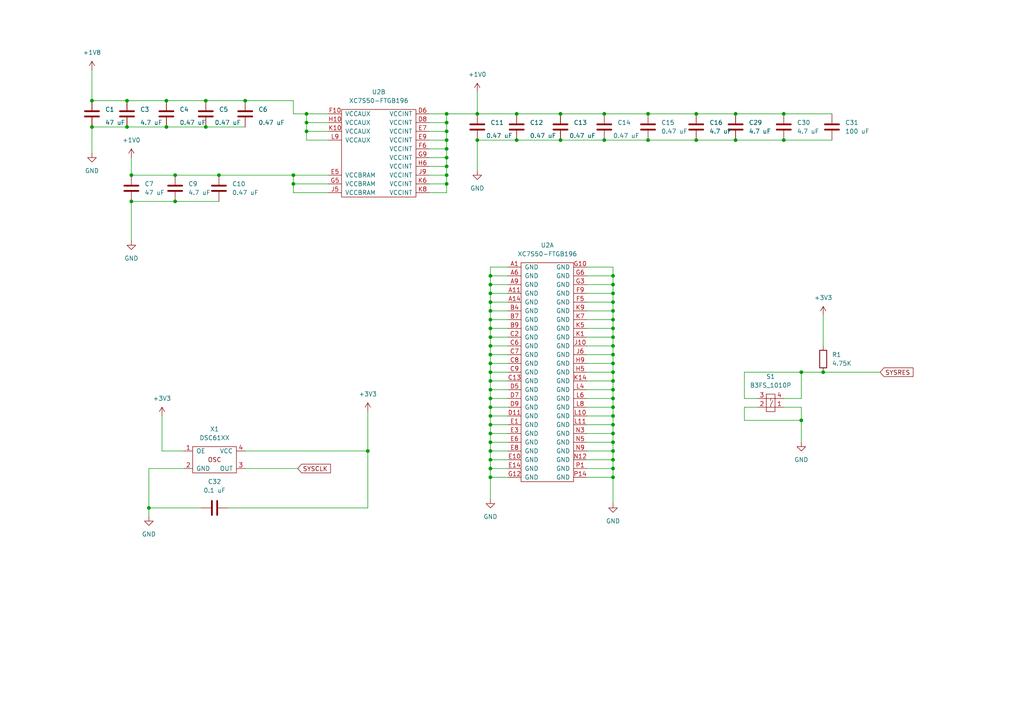
<source format=kicad_sch>
(kicad_sch (version 20230121) (generator eeschema)

  (uuid 06648788-e15e-4752-81cc-4aad258be3a1)

  (paper "A4")

  (lib_symbols
    (symbol "Device:C" (pin_numbers hide) (pin_names (offset 0.254)) (in_bom yes) (on_board yes)
      (property "Reference" "C" (at 0.635 2.54 0)
        (effects (font (size 1.27 1.27)) (justify left))
      )
      (property "Value" "C" (at 0.635 -2.54 0)
        (effects (font (size 1.27 1.27)) (justify left))
      )
      (property "Footprint" "" (at 0.9652 -3.81 0)
        (effects (font (size 1.27 1.27)) hide)
      )
      (property "Datasheet" "~" (at 0 0 0)
        (effects (font (size 1.27 1.27)) hide)
      )
      (property "ki_keywords" "cap capacitor" (at 0 0 0)
        (effects (font (size 1.27 1.27)) hide)
      )
      (property "ki_description" "Unpolarized capacitor" (at 0 0 0)
        (effects (font (size 1.27 1.27)) hide)
      )
      (property "ki_fp_filters" "C_*" (at 0 0 0)
        (effects (font (size 1.27 1.27)) hide)
      )
      (symbol "C_0_1"
        (polyline
          (pts
            (xy -2.032 -0.762)
            (xy 2.032 -0.762)
          )
          (stroke (width 0.508) (type default))
          (fill (type none))
        )
        (polyline
          (pts
            (xy -2.032 0.762)
            (xy 2.032 0.762)
          )
          (stroke (width 0.508) (type default))
          (fill (type none))
        )
      )
      (symbol "C_1_1"
        (pin passive line (at 0 3.81 270) (length 2.794)
          (name "~" (effects (font (size 1.27 1.27))))
          (number "1" (effects (font (size 1.27 1.27))))
        )
        (pin passive line (at 0 -3.81 90) (length 2.794)
          (name "~" (effects (font (size 1.27 1.27))))
          (number "2" (effects (font (size 1.27 1.27))))
        )
      )
    )
    (symbol "Device:R" (pin_numbers hide) (pin_names (offset 0)) (in_bom yes) (on_board yes)
      (property "Reference" "R" (at 2.032 0 90)
        (effects (font (size 1.27 1.27)))
      )
      (property "Value" "R" (at 0 0 90)
        (effects (font (size 1.27 1.27)))
      )
      (property "Footprint" "" (at -1.778 0 90)
        (effects (font (size 1.27 1.27)) hide)
      )
      (property "Datasheet" "~" (at 0 0 0)
        (effects (font (size 1.27 1.27)) hide)
      )
      (property "ki_keywords" "R res resistor" (at 0 0 0)
        (effects (font (size 1.27 1.27)) hide)
      )
      (property "ki_description" "Resistor" (at 0 0 0)
        (effects (font (size 1.27 1.27)) hide)
      )
      (property "ki_fp_filters" "R_*" (at 0 0 0)
        (effects (font (size 1.27 1.27)) hide)
      )
      (symbol "R_0_1"
        (rectangle (start -1.016 -2.54) (end 1.016 2.54)
          (stroke (width 0.254) (type default))
          (fill (type none))
        )
      )
      (symbol "R_1_1"
        (pin passive line (at 0 3.81 270) (length 1.27)
          (name "~" (effects (font (size 1.27 1.27))))
          (number "1" (effects (font (size 1.27 1.27))))
        )
        (pin passive line (at 0 -3.81 90) (length 1.27)
          (name "~" (effects (font (size 1.27 1.27))))
          (number "2" (effects (font (size 1.27 1.27))))
        )
      )
    )
    (symbol "FPGA_project_parts_1:B3FS_1010P" (pin_names (offset 1.016) hide) (in_bom yes) (on_board yes)
      (property "Reference" "S" (at 0 3.81 0)
        (effects (font (size 1.27 1.27)))
      )
      (property "Value" "B3FS_1010P" (at 0 -3.81 0)
        (effects (font (size 1.27 1.27)))
      )
      (property "Footprint" "my_parts:B3FS_1010P" (at 0 0 0)
        (effects (font (size 1.27 1.27)) hide)
      )
      (property "Datasheet" "" (at 0 0 0)
        (effects (font (size 1.27 1.27)) hide)
      )
      (symbol "B3FS_1010P_0_1"
        (rectangle (start -1.27 2.54) (end 1.27 -2.54)
          (stroke (width 0) (type solid))
          (fill (type none))
        )
        (polyline
          (pts
            (xy -1.27 -1.27)
            (xy 1.27 -1.27)
          )
          (stroke (width 0) (type solid))
          (fill (type none))
        )
        (polyline
          (pts
            (xy -1.27 1.27)
            (xy 1.27 1.27)
          )
          (stroke (width 0) (type solid))
          (fill (type none))
        )
        (polyline
          (pts
            (xy 0 1.27)
            (xy 0 0.635)
          )
          (stroke (width 0) (type solid))
          (fill (type none))
        )
        (polyline
          (pts
            (xy 0 -1.27)
            (xy 0 -0.635)
            (xy 0.635 0.635)
          )
          (stroke (width 0) (type solid))
          (fill (type none))
        )
      )
      (symbol "B3FS_1010P_1_1"
        (pin input line (at 3.81 -1.27 180) (length 2.54)
          (name "1" (effects (font (size 1.27 1.27))))
          (number "1" (effects (font (size 1.27 1.27))))
        )
        (pin input line (at -3.81 -1.27 0) (length 2.54)
          (name "2" (effects (font (size 1.27 1.27))))
          (number "2" (effects (font (size 1.27 1.27))))
        )
        (pin input line (at -3.81 1.27 0) (length 2.54)
          (name "3" (effects (font (size 1.27 1.27))))
          (number "3" (effects (font (size 1.27 1.27))))
        )
        (pin input line (at 3.81 1.27 180) (length 2.54)
          (name "4" (effects (font (size 1.27 1.27))))
          (number "4" (effects (font (size 1.27 1.27))))
        )
      )
    )
    (symbol "FPGA_project_parts_1:DSC61XX" (pin_names (offset 1.016)) (in_bom yes) (on_board yes)
      (property "Reference" "X" (at 0 5.08 0)
        (effects (font (size 1.27 1.27)))
      )
      (property "Value" "DSC61XX" (at 0 -5.08 0)
        (effects (font (size 1.27 1.27)))
      )
      (property "Footprint" "Oscillator:Oscillator_SMD_Abracon_ASE-4Pin_3.2x2.5mm_HandSoldering" (at 0 0 0)
        (effects (font (size 1.27 1.27)) hide)
      )
      (property "Datasheet" "" (at 0 0 0)
        (effects (font (size 1.27 1.27)) hide)
      )
      (symbol "DSC61XX_0_0"
        (text "OSC" (at 0 0 0)
          (effects (font (size 1.27 1.27)))
        )
      )
      (symbol "DSC61XX_0_1"
        (rectangle (start 6.35 -3.81) (end -6.35 3.81)
          (stroke (width 0) (type solid))
          (fill (type none))
        )
      )
      (symbol "DSC61XX_1_1"
        (pin input line (at -8.89 2.54 0) (length 2.54)
          (name "OE" (effects (font (size 1.27 1.27))))
          (number "1" (effects (font (size 1.27 1.27))))
        )
        (pin power_in line (at -8.89 -2.54 0) (length 2.54)
          (name "GND" (effects (font (size 1.27 1.27))))
          (number "2" (effects (font (size 1.27 1.27))))
        )
        (pin output line (at 8.89 -2.54 180) (length 2.54)
          (name "OUT" (effects (font (size 1.27 1.27))))
          (number "3" (effects (font (size 1.27 1.27))))
        )
        (pin power_in line (at 8.89 2.54 180) (length 2.54)
          (name "VCC" (effects (font (size 1.27 1.27))))
          (number "4" (effects (font (size 1.27 1.27))))
        )
      )
    )
    (symbol "FPGA_project_partsalarm:XC7S50-FTGB196" (pin_names (offset 1.016)) (in_bom yes) (on_board yes)
      (property "Reference" "U" (at -1.27 69.85 0)
        (effects (font (size 1.27 1.27)))
      )
      (property "Value" "XC7S50-FTGB196" (at 0 -69.85 0)
        (effects (font (size 1.27 1.27)))
      )
      (property "Footprint" "Package_BGA:Xilinx_FTGB196" (at -6.35 0 0)
        (effects (font (size 1.27 1.27)) hide)
      )
      (property "Datasheet" "" (at -6.35 0 0)
        (effects (font (size 1.27 1.27)) hide)
      )
      (property "ki_locked" "" (at 0 0 0)
        (effects (font (size 1.27 1.27)))
      )
      (symbol "XC7S50-FTGB196_1_1"
        (rectangle (start -7.62 31.75) (end 7.62 -31.75)
          (stroke (width 0) (type solid))
          (fill (type none))
        )
        (pin power_in line (at -11.43 30.48 0) (length 3.81)
          (name "GND" (effects (font (size 1.27 1.27))))
          (number "A1" (effects (font (size 1.27 1.27))))
        )
        (pin power_in line (at -11.43 22.86 0) (length 3.81)
          (name "GND" (effects (font (size 1.27 1.27))))
          (number "A11" (effects (font (size 1.27 1.27))))
        )
        (pin power_in line (at -11.43 20.32 0) (length 3.81)
          (name "GND" (effects (font (size 1.27 1.27))))
          (number "A14" (effects (font (size 1.27 1.27))))
        )
        (pin power_in line (at -11.43 27.94 0) (length 3.81)
          (name "GND" (effects (font (size 1.27 1.27))))
          (number "A6" (effects (font (size 1.27 1.27))))
        )
        (pin power_in line (at -11.43 25.4 0) (length 3.81)
          (name "GND" (effects (font (size 1.27 1.27))))
          (number "A9" (effects (font (size 1.27 1.27))))
        )
        (pin power_in line (at -11.43 17.78 0) (length 3.81)
          (name "GND" (effects (font (size 1.27 1.27))))
          (number "B4" (effects (font (size 1.27 1.27))))
        )
        (pin power_in line (at -11.43 15.24 0) (length 3.81)
          (name "GND" (effects (font (size 1.27 1.27))))
          (number "B7" (effects (font (size 1.27 1.27))))
        )
        (pin power_in line (at -11.43 12.7 0) (length 3.81)
          (name "GND" (effects (font (size 1.27 1.27))))
          (number "B9" (effects (font (size 1.27 1.27))))
        )
        (pin power_in line (at -11.43 -2.54 0) (length 3.81)
          (name "GND" (effects (font (size 1.27 1.27))))
          (number "C13" (effects (font (size 1.27 1.27))))
        )
        (pin power_in line (at -11.43 10.16 0) (length 3.81)
          (name "GND" (effects (font (size 1.27 1.27))))
          (number "C2" (effects (font (size 1.27 1.27))))
        )
        (pin power_in line (at -11.43 7.62 0) (length 3.81)
          (name "GND" (effects (font (size 1.27 1.27))))
          (number "C6" (effects (font (size 1.27 1.27))))
        )
        (pin power_in line (at -11.43 5.08 0) (length 3.81)
          (name "GND" (effects (font (size 1.27 1.27))))
          (number "C7" (effects (font (size 1.27 1.27))))
        )
        (pin power_in line (at -11.43 2.54 0) (length 3.81)
          (name "GND" (effects (font (size 1.27 1.27))))
          (number "C8" (effects (font (size 1.27 1.27))))
        )
        (pin power_in line (at -11.43 0 0) (length 3.81)
          (name "GND" (effects (font (size 1.27 1.27))))
          (number "C9" (effects (font (size 1.27 1.27))))
        )
        (pin power_in line (at -11.43 -12.7 0) (length 3.81)
          (name "GND" (effects (font (size 1.27 1.27))))
          (number "D11" (effects (font (size 1.27 1.27))))
        )
        (pin power_in line (at -11.43 -5.08 0) (length 3.81)
          (name "GND" (effects (font (size 1.27 1.27))))
          (number "D5" (effects (font (size 1.27 1.27))))
        )
        (pin power_in line (at -11.43 -7.62 0) (length 3.81)
          (name "GND" (effects (font (size 1.27 1.27))))
          (number "D7" (effects (font (size 1.27 1.27))))
        )
        (pin power_in line (at -11.43 -10.16 0) (length 3.81)
          (name "GND" (effects (font (size 1.27 1.27))))
          (number "D9" (effects (font (size 1.27 1.27))))
        )
        (pin power_in line (at -11.43 -15.24 0) (length 3.81)
          (name "GND" (effects (font (size 1.27 1.27))))
          (number "E1" (effects (font (size 1.27 1.27))))
        )
        (pin power_in line (at -11.43 -25.4 0) (length 3.81)
          (name "GND" (effects (font (size 1.27 1.27))))
          (number "E10" (effects (font (size 1.27 1.27))))
        )
        (pin power_in line (at -11.43 -27.94 0) (length 3.81)
          (name "GND" (effects (font (size 1.27 1.27))))
          (number "E14" (effects (font (size 1.27 1.27))))
        )
        (pin power_in line (at -11.43 -17.78 0) (length 3.81)
          (name "GND" (effects (font (size 1.27 1.27))))
          (number "E3" (effects (font (size 1.27 1.27))))
        )
        (pin power_in line (at -11.43 -20.32 0) (length 3.81)
          (name "GND" (effects (font (size 1.27 1.27))))
          (number "E6" (effects (font (size 1.27 1.27))))
        )
        (pin power_in line (at -11.43 -22.86 0) (length 3.81)
          (name "GND" (effects (font (size 1.27 1.27))))
          (number "E8" (effects (font (size 1.27 1.27))))
        )
        (pin power_in line (at 11.43 20.32 180) (length 3.81)
          (name "GND" (effects (font (size 1.27 1.27))))
          (number "F5" (effects (font (size 1.27 1.27))))
        )
        (pin power_in line (at 11.43 22.86 180) (length 3.81)
          (name "GND" (effects (font (size 1.27 1.27))))
          (number "F9" (effects (font (size 1.27 1.27))))
        )
        (pin power_in line (at 11.43 30.48 180) (length 3.81)
          (name "GND" (effects (font (size 1.27 1.27))))
          (number "G10" (effects (font (size 1.27 1.27))))
        )
        (pin power_in line (at -11.43 -30.48 0) (length 3.81)
          (name "GND" (effects (font (size 1.27 1.27))))
          (number "G12" (effects (font (size 1.27 1.27))))
        )
        (pin power_in line (at 11.43 25.4 180) (length 3.81)
          (name "GND" (effects (font (size 1.27 1.27))))
          (number "G3" (effects (font (size 1.27 1.27))))
        )
        (pin power_in line (at 11.43 27.94 180) (length 3.81)
          (name "GND" (effects (font (size 1.27 1.27))))
          (number "G6" (effects (font (size 1.27 1.27))))
        )
        (pin power_in line (at 11.43 0 180) (length 3.81)
          (name "GND" (effects (font (size 1.27 1.27))))
          (number "H5" (effects (font (size 1.27 1.27))))
        )
        (pin power_in line (at 11.43 2.54 180) (length 3.81)
          (name "GND" (effects (font (size 1.27 1.27))))
          (number "H9" (effects (font (size 1.27 1.27))))
        )
        (pin power_in line (at 11.43 7.62 180) (length 3.81)
          (name "GND" (effects (font (size 1.27 1.27))))
          (number "J10" (effects (font (size 1.27 1.27))))
        )
        (pin power_in line (at 11.43 5.08 180) (length 3.81)
          (name "GND" (effects (font (size 1.27 1.27))))
          (number "J6" (effects (font (size 1.27 1.27))))
        )
        (pin power_in line (at 11.43 10.16 180) (length 3.81)
          (name "GND" (effects (font (size 1.27 1.27))))
          (number "K1" (effects (font (size 1.27 1.27))))
        )
        (pin power_in line (at 11.43 -2.54 180) (length 3.81)
          (name "GND" (effects (font (size 1.27 1.27))))
          (number "K14" (effects (font (size 1.27 1.27))))
        )
        (pin power_in line (at 11.43 12.7 180) (length 3.81)
          (name "GND" (effects (font (size 1.27 1.27))))
          (number "K5" (effects (font (size 1.27 1.27))))
        )
        (pin power_in line (at 11.43 15.24 180) (length 3.81)
          (name "GND" (effects (font (size 1.27 1.27))))
          (number "K7" (effects (font (size 1.27 1.27))))
        )
        (pin power_in line (at 11.43 17.78 180) (length 3.81)
          (name "GND" (effects (font (size 1.27 1.27))))
          (number "K9" (effects (font (size 1.27 1.27))))
        )
        (pin power_in line (at 11.43 -12.7 180) (length 3.81)
          (name "GND" (effects (font (size 1.27 1.27))))
          (number "L10" (effects (font (size 1.27 1.27))))
        )
        (pin power_in line (at 11.43 -15.24 180) (length 3.81)
          (name "GND" (effects (font (size 1.27 1.27))))
          (number "L11" (effects (font (size 1.27 1.27))))
        )
        (pin power_in line (at 11.43 -5.08 180) (length 3.81)
          (name "GND" (effects (font (size 1.27 1.27))))
          (number "L4" (effects (font (size 1.27 1.27))))
        )
        (pin power_in line (at 11.43 -7.62 180) (length 3.81)
          (name "GND" (effects (font (size 1.27 1.27))))
          (number "L6" (effects (font (size 1.27 1.27))))
        )
        (pin power_in line (at 11.43 -10.16 180) (length 3.81)
          (name "GND" (effects (font (size 1.27 1.27))))
          (number "L8" (effects (font (size 1.27 1.27))))
        )
        (pin power_in line (at 11.43 -25.4 180) (length 3.81)
          (name "GND" (effects (font (size 1.27 1.27))))
          (number "N12" (effects (font (size 1.27 1.27))))
        )
        (pin power_in line (at 11.43 -17.78 180) (length 3.81)
          (name "GND" (effects (font (size 1.27 1.27))))
          (number "N3" (effects (font (size 1.27 1.27))))
        )
        (pin power_in line (at 11.43 -20.32 180) (length 3.81)
          (name "GND" (effects (font (size 1.27 1.27))))
          (number "N5" (effects (font (size 1.27 1.27))))
        )
        (pin power_in line (at 11.43 -22.86 180) (length 3.81)
          (name "GND" (effects (font (size 1.27 1.27))))
          (number "N9" (effects (font (size 1.27 1.27))))
        )
        (pin power_in line (at 11.43 -27.94 180) (length 3.81)
          (name "GND" (effects (font (size 1.27 1.27))))
          (number "P1" (effects (font (size 1.27 1.27))))
        )
        (pin power_in line (at 11.43 -30.48 180) (length 3.81)
          (name "GND" (effects (font (size 1.27 1.27))))
          (number "P14" (effects (font (size 1.27 1.27))))
        )
      )
      (symbol "XC7S50-FTGB196_2_1"
        (rectangle (start 10.16 12.7) (end -11.43 -12.7)
          (stroke (width 0) (type solid))
          (fill (type none))
        )
        (pin power_in line (at 13.97 11.43 180) (length 3.81)
          (name "VCCINT" (effects (font (size 1.27 1.27))))
          (number "D6" (effects (font (size 1.27 1.27))))
        )
        (pin power_in line (at 13.97 8.89 180) (length 3.81)
          (name "VCCINT" (effects (font (size 1.27 1.27))))
          (number "D8" (effects (font (size 1.27 1.27))))
        )
        (pin power_in line (at -15.24 -6.35 0) (length 3.81)
          (name "VCCBRAM" (effects (font (size 1.27 1.27))))
          (number "E5" (effects (font (size 1.27 1.27))))
        )
        (pin power_in line (at 13.97 6.35 180) (length 3.81)
          (name "VCCINT" (effects (font (size 1.27 1.27))))
          (number "E7" (effects (font (size 1.27 1.27))))
        )
        (pin power_in line (at 13.97 3.81 180) (length 3.81)
          (name "VCCINT" (effects (font (size 1.27 1.27))))
          (number "E9" (effects (font (size 1.27 1.27))))
        )
        (pin power_in line (at -15.24 11.43 0) (length 3.81)
          (name "VCCAUX" (effects (font (size 1.27 1.27))))
          (number "F10" (effects (font (size 1.27 1.27))))
        )
        (pin power_in line (at 13.97 1.27 180) (length 3.81)
          (name "VCCINT" (effects (font (size 1.27 1.27))))
          (number "F6" (effects (font (size 1.27 1.27))))
        )
        (pin power_in line (at -15.24 -8.89 0) (length 3.81)
          (name "VCCBRAM" (effects (font (size 1.27 1.27))))
          (number "G5" (effects (font (size 1.27 1.27))))
        )
        (pin power_in line (at 13.97 -1.27 180) (length 3.81)
          (name "VCCINT" (effects (font (size 1.27 1.27))))
          (number "G9" (effects (font (size 1.27 1.27))))
        )
        (pin power_in line (at -15.24 8.89 0) (length 3.81)
          (name "VCCAUX" (effects (font (size 1.27 1.27))))
          (number "H10" (effects (font (size 1.27 1.27))))
        )
        (pin power_in line (at 13.97 -3.81 180) (length 3.81)
          (name "VCCINT" (effects (font (size 1.27 1.27))))
          (number "H6" (effects (font (size 1.27 1.27))))
        )
        (pin power_in line (at -15.24 -11.43 0) (length 3.81)
          (name "VCCBRAM" (effects (font (size 1.27 1.27))))
          (number "J5" (effects (font (size 1.27 1.27))))
        )
        (pin power_in line (at 13.97 -6.35 180) (length 3.81)
          (name "VCCINT" (effects (font (size 1.27 1.27))))
          (number "J9" (effects (font (size 1.27 1.27))))
        )
        (pin power_in line (at -15.24 6.35 0) (length 3.81)
          (name "VCCAUX" (effects (font (size 1.27 1.27))))
          (number "K10" (effects (font (size 1.27 1.27))))
        )
        (pin power_in line (at 13.97 -8.89 180) (length 3.81)
          (name "VCCINT" (effects (font (size 1.27 1.27))))
          (number "K6" (effects (font (size 1.27 1.27))))
        )
        (pin power_in line (at 13.97 -11.43 180) (length 3.81)
          (name "VCCINT" (effects (font (size 1.27 1.27))))
          (number "K8" (effects (font (size 1.27 1.27))))
        )
        (pin power_in line (at -15.24 3.81 0) (length 3.81)
          (name "VCCAUX" (effects (font (size 1.27 1.27))))
          (number "L9" (effects (font (size 1.27 1.27))))
        )
      )
      (symbol "XC7S50-FTGB196_3_1"
        (rectangle (start -17.78 68.58) (end 17.78 -68.58)
          (stroke (width 0) (type solid))
          (fill (type none))
        )
        (pin bidirectional line (at -21.59 52.07 0) (length 3.81)
          (name "IO_L3N_T0_DQS_EMCCLK_14" (effects (font (size 1.27 1.27))))
          (number "A10" (effects (font (size 1.27 1.27))))
        )
        (pin bidirectional line (at -21.59 49.53 0) (length 3.81)
          (name "IO_L4P_T0_D04_14" (effects (font (size 1.27 1.27))))
          (number "A12" (effects (font (size 1.27 1.27))))
        )
        (pin bidirectional line (at -21.59 46.99 0) (length 3.81)
          (name "IO_L4N_T0_D05_14" (effects (font (size 1.27 1.27))))
          (number "A13" (effects (font (size 1.27 1.27))))
        )
        (pin bidirectional line (at -21.59 54.61 0) (length 3.81)
          (name "IO_L3P_T0_DQS_PUDC_B_14" (effects (font (size 1.27 1.27))))
          (number "B10" (effects (font (size 1.27 1.27))))
        )
        (pin bidirectional line (at -21.59 64.77 0) (length 3.81)
          (name "IO_L1P_T0_D00_MOSI_14" (effects (font (size 1.27 1.27))))
          (number "B11" (effects (font (size 1.27 1.27))))
        )
        (pin bidirectional line (at -21.59 62.23 0) (length 3.81)
          (name "IO_L1N_T0_D01_DIN_14" (effects (font (size 1.27 1.27))))
          (number "B12" (effects (font (size 1.27 1.27))))
        )
        (pin bidirectional line (at -21.59 44.45 0) (length 3.81)
          (name "IO_L5P_T0_D06_14" (effects (font (size 1.27 1.27))))
          (number "B13" (effects (font (size 1.27 1.27))))
        )
        (pin bidirectional line (at -21.59 41.91 0) (length 3.81)
          (name "IO_L5N_T0_D07_14" (effects (font (size 1.27 1.27))))
          (number "B14" (effects (font (size 1.27 1.27))))
        )
        (pin bidirectional line (at -21.59 57.15 0) (length 3.81)
          (name "IO_L2N_T0_D03_14" (effects (font (size 1.27 1.27))))
          (number "C10" (effects (font (size 1.27 1.27))))
        )
        (pin bidirectional line (at -21.59 39.37 0) (length 3.81)
          (name "IO_L6P_T0_FCS_B_14" (effects (font (size 1.27 1.27))))
          (number "C11" (effects (font (size 1.27 1.27))))
        )
        (pin bidirectional line (at -21.59 36.83 0) (length 3.81)
          (name "IO_L6N_T0_D08_VREF_14" (effects (font (size 1.27 1.27))))
          (number "C12" (effects (font (size 1.27 1.27))))
        )
        (pin bidirectional line (at -21.59 11.43 0) (length 3.81)
          (name "IO_L11N_T1_SRCC_14" (effects (font (size 1.27 1.27))))
          (number "C14" (effects (font (size 1.27 1.27))))
        )
        (pin bidirectional line (at -21.59 59.69 0) (length 3.81)
          (name "IO_L2P_T0_D02_14" (effects (font (size 1.27 1.27))))
          (number "D10" (effects (font (size 1.27 1.27))))
        )
        (pin bidirectional line (at -21.59 29.21 0) (length 3.81)
          (name "IO_L8P_T1_D11_14" (effects (font (size 1.27 1.27))))
          (number "D12" (effects (font (size 1.27 1.27))))
        )
        (pin bidirectional line (at -21.59 26.67 0) (length 3.81)
          (name "IO_L8N_T1_D12_14" (effects (font (size 1.27 1.27))))
          (number "D13" (effects (font (size 1.27 1.27))))
        )
        (pin bidirectional line (at -21.59 13.97 0) (length 3.81)
          (name "IO_L11P_T1_SRCC_14" (effects (font (size 1.27 1.27))))
          (number "D14" (effects (font (size 1.27 1.27))))
        )
        (pin bidirectional line (at -21.59 67.31 0) (length 3.81)
          (name "IO_0_14" (effects (font (size 1.27 1.27))))
          (number "E11" (effects (font (size 1.27 1.27))))
        )
        (pin bidirectional line (at -21.59 31.75 0) (length 3.81)
          (name "IO_L7N_T1_D10_14" (effects (font (size 1.27 1.27))))
          (number "E12" (effects (font (size 1.27 1.27))))
        )
        (pin bidirectional line (at -21.59 16.51 0) (length 3.81)
          (name "IO_L10N_T1_D15_14" (effects (font (size 1.27 1.27))))
          (number "E13" (effects (font (size 1.27 1.27))))
        )
        (pin bidirectional line (at -21.59 6.35 0) (length 3.81)
          (name "IO_L12N_T1_MRCC_14" (effects (font (size 1.27 1.27))))
          (number "F11" (effects (font (size 1.27 1.27))))
        )
        (pin bidirectional line (at -21.59 34.29 0) (length 3.81)
          (name "IO_L7P_T1_D09_14" (effects (font (size 1.27 1.27))))
          (number "F12" (effects (font (size 1.27 1.27))))
        )
        (pin bidirectional line (at -21.59 19.05 0) (length 3.81)
          (name "IO_L10P_T1_D14_14" (effects (font (size 1.27 1.27))))
          (number "F13" (effects (font (size 1.27 1.27))))
        )
        (pin bidirectional line (at -21.59 21.59 0) (length 3.81)
          (name "IO_L9N_T1_DQS_D13_14" (effects (font (size 1.27 1.27))))
          (number "F14" (effects (font (size 1.27 1.27))))
        )
        (pin bidirectional line (at -21.59 8.89 0) (length 3.81)
          (name "IO_L12P_T1_MRCC_14" (effects (font (size 1.27 1.27))))
          (number "G11" (effects (font (size 1.27 1.27))))
        )
        (pin power_in line (at -21.59 -62.23 0) (length 3.81)
          (name "VCCO_14" (effects (font (size 1.27 1.27))))
          (number "G13" (effects (font (size 1.27 1.27))))
        )
        (pin bidirectional line (at -21.59 24.13 0) (length 3.81)
          (name "IO_L9P_T1_DQS_14" (effects (font (size 1.27 1.27))))
          (number "G14" (effects (font (size 1.27 1.27))))
        )
        (pin bidirectional line (at -21.59 3.81 0) (length 3.81)
          (name "IO_L13P_T2_MRCC_14" (effects (font (size 1.27 1.27))))
          (number "H11" (effects (font (size 1.27 1.27))))
        )
        (pin bidirectional line (at -21.59 1.27 0) (length 3.81)
          (name "IO_L13N_T2_MRCC_14" (effects (font (size 1.27 1.27))))
          (number "H12" (effects (font (size 1.27 1.27))))
        )
        (pin bidirectional line (at -21.59 -1.27 0) (length 3.81)
          (name "IO_L14P_T2_SRCC_14" (effects (font (size 1.27 1.27))))
          (number "H13" (effects (font (size 1.27 1.27))))
        )
        (pin bidirectional line (at -21.59 -3.81 0) (length 3.81)
          (name "IO_L14N_T2_SRCC_14" (effects (font (size 1.27 1.27))))
          (number "H14" (effects (font (size 1.27 1.27))))
        )
        (pin bidirectional line (at -21.59 -16.51 0) (length 3.81)
          (name "IO_L17P_T2_D30_14" (effects (font (size 1.27 1.27))))
          (number "J11" (effects (font (size 1.27 1.27))))
        )
        (pin bidirectional line (at -21.59 -19.05 0) (length 3.81)
          (name "IO_L17N_T2_D29_14" (effects (font (size 1.27 1.27))))
          (number "J12" (effects (font (size 1.27 1.27))))
        )
        (pin bidirectional line (at -21.59 -21.59 0) (length 3.81)
          (name "IO_L18P_T2_D28_14" (effects (font (size 1.27 1.27))))
          (number "J13" (effects (font (size 1.27 1.27))))
        )
        (pin bidirectional line (at -21.59 -24.13 0) (length 3.81)
          (name "IO_L18N_T2_D27_14" (effects (font (size 1.27 1.27))))
          (number "J14" (effects (font (size 1.27 1.27))))
        )
        (pin bidirectional line (at -21.59 -26.67 0) (length 3.81)
          (name "IO_L19P_T3_D26_14" (effects (font (size 1.27 1.27))))
          (number "K11" (effects (font (size 1.27 1.27))))
        )
        (pin bidirectional line (at -21.59 -29.21 0) (length 3.81)
          (name "IO_L19N_T3_D25_VREF_14" (effects (font (size 1.27 1.27))))
          (number "K12" (effects (font (size 1.27 1.27))))
        )
        (pin power_in line (at -21.59 -64.77 0) (length 3.81)
          (name "VCCO_14" (effects (font (size 1.27 1.27))))
          (number "K13" (effects (font (size 1.27 1.27))))
        )
        (pin bidirectional line (at -21.59 -11.43 0) (length 3.81)
          (name "IO_L16P_T2_CSI_B_14" (effects (font (size 1.27 1.27))))
          (number "L12" (effects (font (size 1.27 1.27))))
        )
        (pin bidirectional line (at -21.59 -13.97 0) (length 3.81)
          (name "IO_L16N_T2_D31_14" (effects (font (size 1.27 1.27))))
          (number "L13" (effects (font (size 1.27 1.27))))
        )
        (pin bidirectional line (at -21.59 -8.89 0) (length 3.81)
          (name "IO_L15N_T2_DQS_DOUT_CSO_B_14" (effects (font (size 1.27 1.27))))
          (number "L14" (effects (font (size 1.27 1.27))))
        )
        (pin bidirectional line (at -21.59 -57.15 0) (length 3.81)
          (name "IO_25_14" (effects (font (size 1.27 1.27))))
          (number "M10" (effects (font (size 1.27 1.27))))
        )
        (pin bidirectional line (at -21.59 -31.75 0) (length 3.81)
          (name "IO_L20P_T3_D24_14" (effects (font (size 1.27 1.27))))
          (number "M11" (effects (font (size 1.27 1.27))))
        )
        (pin bidirectional line (at -21.59 -34.29 0) (length 3.81)
          (name "IO_L20N_T3_D23_14" (effects (font (size 1.27 1.27))))
          (number "M12" (effects (font (size 1.27 1.27))))
        )
        (pin bidirectional line (at -21.59 -6.35 0) (length 3.81)
          (name "IO_L15P_T2_DQS_RDWR_B_14" (effects (font (size 1.27 1.27))))
          (number "M13" (effects (font (size 1.27 1.27))))
        )
        (pin bidirectional line (at -21.59 -39.37 0) (length 3.81)
          (name "IO_L21N_T3_DQS_D22_14" (effects (font (size 1.27 1.27))))
          (number "M14" (effects (font (size 1.27 1.27))))
        )
        (pin bidirectional line (at -21.59 -46.99 0) (length 3.81)
          (name "IO_L23P_T3_D19_14" (effects (font (size 1.27 1.27))))
          (number "N10" (effects (font (size 1.27 1.27))))
        )
        (pin bidirectional line (at -21.59 -49.53 0) (length 3.81)
          (name "IO_L23N_T3_D18_14" (effects (font (size 1.27 1.27))))
          (number "N11" (effects (font (size 1.27 1.27))))
        )
        (pin power_in line (at -21.59 -67.31 0) (length 3.81)
          (name "VCCO_14" (effects (font (size 1.27 1.27))))
          (number "N13" (effects (font (size 1.27 1.27))))
        )
        (pin bidirectional line (at -21.59 -36.83 0) (length 3.81)
          (name "IO_L21P_T3_DQS_14" (effects (font (size 1.27 1.27))))
          (number "N14" (effects (font (size 1.27 1.27))))
        )
        (pin bidirectional line (at -21.59 -52.07 0) (length 3.81)
          (name "IO_L24P_T3_D17_14" (effects (font (size 1.27 1.27))))
          (number "P10" (effects (font (size 1.27 1.27))))
        )
        (pin bidirectional line (at -21.59 -54.61 0) (length 3.81)
          (name "IO_L24N_T3_D16_14" (effects (font (size 1.27 1.27))))
          (number "P11" (effects (font (size 1.27 1.27))))
        )
        (pin bidirectional line (at -21.59 -41.91 0) (length 3.81)
          (name "IO_L22P_T3_D21_14" (effects (font (size 1.27 1.27))))
          (number "P12" (effects (font (size 1.27 1.27))))
        )
        (pin bidirectional line (at -21.59 -44.45 0) (length 3.81)
          (name "IO_L22N_T3_D20_14" (effects (font (size 1.27 1.27))))
          (number "P13" (effects (font (size 1.27 1.27))))
        )
      )
      (symbol "XC7S50-FTGB196_4_1"
        (rectangle (start -17.78 68.58) (end 17.78 -68.58)
          (stroke (width 0) (type solid))
          (fill (type none))
        )
        (pin bidirectional line (at -21.59 52.07 0) (length 3.81)
          (name "IO_L3N_T0_DQS_34" (effects (font (size 1.27 1.27))))
          (number "A2" (effects (font (size 1.27 1.27))))
        )
        (pin bidirectional line (at -21.59 57.15 0) (length 3.81)
          (name "IO_L2N_T0_34" (effects (font (size 1.27 1.27))))
          (number "A3" (effects (font (size 1.27 1.27))))
        )
        (pin bidirectional line (at -21.59 59.69 0) (length 3.81)
          (name "IO_L2P_T0_34" (effects (font (size 1.27 1.27))))
          (number "A4" (effects (font (size 1.27 1.27))))
        )
        (pin bidirectional line (at -21.59 46.99 0) (length 3.81)
          (name "IO_L4N_T0_34" (effects (font (size 1.27 1.27))))
          (number "A5" (effects (font (size 1.27 1.27))))
        )
        (pin bidirectional line (at -21.59 41.91 0) (length 3.81)
          (name "IO_L5N_T0_34" (effects (font (size 1.27 1.27))))
          (number "B1" (effects (font (size 1.27 1.27))))
        )
        (pin bidirectional line (at -21.59 44.45 0) (length 3.81)
          (name "IO_L5P_T0_34" (effects (font (size 1.27 1.27))))
          (number "B2" (effects (font (size 1.27 1.27))))
        )
        (pin bidirectional line (at -21.59 54.61 0) (length 3.81)
          (name "IO_L3P_T0_DQS_34" (effects (font (size 1.27 1.27))))
          (number "B3" (effects (font (size 1.27 1.27))))
        )
        (pin bidirectional line (at -21.59 49.53 0) (length 3.81)
          (name "IO_L4P_T0_34" (effects (font (size 1.27 1.27))))
          (number "B5" (effects (font (size 1.27 1.27))))
        )
        (pin bidirectional line (at -21.59 67.31 0) (length 3.81)
          (name "IO_0_34" (effects (font (size 1.27 1.27))))
          (number "B6" (effects (font (size 1.27 1.27))))
        )
        (pin bidirectional line (at -21.59 11.43 0) (length 3.81)
          (name "IO_L11N_T1_SRCC_34" (effects (font (size 1.27 1.27))))
          (number "C1" (effects (font (size 1.27 1.27))))
        )
        (pin bidirectional line (at -21.59 62.23 0) (length 3.81)
          (name "IO_L1N_T0_34" (effects (font (size 1.27 1.27))))
          (number "C3" (effects (font (size 1.27 1.27))))
        )
        (pin bidirectional line (at -21.59 36.83 0) (length 3.81)
          (name "IO_L6N_T0_VREF_34" (effects (font (size 1.27 1.27))))
          (number "C4" (effects (font (size 1.27 1.27))))
        )
        (pin bidirectional line (at -21.59 39.37 0) (length 3.81)
          (name "IO_L6P_T0_34" (effects (font (size 1.27 1.27))))
          (number "C5" (effects (font (size 1.27 1.27))))
        )
        (pin bidirectional line (at -21.59 13.97 0) (length 3.81)
          (name "IO_L11P_T1_SRCC_34" (effects (font (size 1.27 1.27))))
          (number "D1" (effects (font (size 1.27 1.27))))
        )
        (pin bidirectional line (at -21.59 16.51 0) (length 3.81)
          (name "IO_L10N_T1_34" (effects (font (size 1.27 1.27))))
          (number "D2" (effects (font (size 1.27 1.27))))
        )
        (pin bidirectional line (at -21.59 64.77 0) (length 3.81)
          (name "IO_L1P_T0_34" (effects (font (size 1.27 1.27))))
          (number "D3" (effects (font (size 1.27 1.27))))
        )
        (pin bidirectional line (at -21.59 31.75 0) (length 3.81)
          (name "IO_L7N_T1_34" (effects (font (size 1.27 1.27))))
          (number "D4" (effects (font (size 1.27 1.27))))
        )
        (pin bidirectional line (at -21.59 19.05 0) (length 3.81)
          (name "IO_L10P_T1_34" (effects (font (size 1.27 1.27))))
          (number "E2" (effects (font (size 1.27 1.27))))
        )
        (pin bidirectional line (at -21.59 34.29 0) (length 3.81)
          (name "IO_L7P_T1_34" (effects (font (size 1.27 1.27))))
          (number "E4" (effects (font (size 1.27 1.27))))
        )
        (pin bidirectional line (at -21.59 21.59 0) (length 3.81)
          (name "IO_L9N_T1_DQS_34" (effects (font (size 1.27 1.27))))
          (number "F1" (effects (font (size 1.27 1.27))))
        )
        (pin bidirectional line (at -21.59 26.67 0) (length 3.81)
          (name "IO_L8N_T1_34" (effects (font (size 1.27 1.27))))
          (number "F2" (effects (font (size 1.27 1.27))))
        )
        (pin bidirectional line (at -21.59 29.21 0) (length 3.81)
          (name "IO_L8P_T1_34" (effects (font (size 1.27 1.27))))
          (number "F3" (effects (font (size 1.27 1.27))))
        )
        (pin bidirectional line (at -21.59 6.35 0) (length 3.81)
          (name "IO_L12N_T1_MRCC_34" (effects (font (size 1.27 1.27))))
          (number "F4" (effects (font (size 1.27 1.27))))
        )
        (pin bidirectional line (at -21.59 24.13 0) (length 3.81)
          (name "IO_L9P_T1_DQS_34" (effects (font (size 1.27 1.27))))
          (number "G1" (effects (font (size 1.27 1.27))))
        )
        (pin power_in line (at -21.59 -62.23 0) (length 3.81)
          (name "VCCO_34" (effects (font (size 1.27 1.27))))
          (number "G2" (effects (font (size 1.27 1.27))))
        )
        (pin bidirectional line (at -21.59 8.89 0) (length 3.81)
          (name "IO_L12P_T1_MRCC_34" (effects (font (size 1.27 1.27))))
          (number "G4" (effects (font (size 1.27 1.27))))
        )
        (pin bidirectional line (at -21.59 -3.81 0) (length 3.81)
          (name "IO_L14N_T2_SRCC_34" (effects (font (size 1.27 1.27))))
          (number "H1" (effects (font (size 1.27 1.27))))
        )
        (pin bidirectional line (at -21.59 -1.27 0) (length 3.81)
          (name "IO_L14P_T2_SRCC_34" (effects (font (size 1.27 1.27))))
          (number "H2" (effects (font (size 1.27 1.27))))
        )
        (pin bidirectional line (at -21.59 1.27 0) (length 3.81)
          (name "IO_L13N_T2_MRCC_34" (effects (font (size 1.27 1.27))))
          (number "H3" (effects (font (size 1.27 1.27))))
        )
        (pin bidirectional line (at -21.59 3.81 0) (length 3.81)
          (name "IO_L13P_T2_MRCC_34" (effects (font (size 1.27 1.27))))
          (number "H4" (effects (font (size 1.27 1.27))))
        )
        (pin bidirectional line (at -21.59 -8.89 0) (length 3.81)
          (name "IO_L15N_T2_DQS_34" (effects (font (size 1.27 1.27))))
          (number "J1" (effects (font (size 1.27 1.27))))
        )
        (pin bidirectional line (at -21.59 -6.35 0) (length 3.81)
          (name "IO_L15P_T2_DQS_34" (effects (font (size 1.27 1.27))))
          (number "J2" (effects (font (size 1.27 1.27))))
        )
        (pin bidirectional line (at -21.59 -19.05 0) (length 3.81)
          (name "IO_L17N_T2_34" (effects (font (size 1.27 1.27))))
          (number "J3" (effects (font (size 1.27 1.27))))
        )
        (pin bidirectional line (at -21.59 -16.51 0) (length 3.81)
          (name "IO_L17P_T2_34" (effects (font (size 1.27 1.27))))
          (number "J4" (effects (font (size 1.27 1.27))))
        )
        (pin power_in line (at -21.59 -64.77 0) (length 3.81)
          (name "VCCO_34" (effects (font (size 1.27 1.27))))
          (number "K2" (effects (font (size 1.27 1.27))))
        )
        (pin bidirectional line (at -21.59 -13.97 0) (length 3.81)
          (name "IO_L16N_T2_34" (effects (font (size 1.27 1.27))))
          (number "K3" (effects (font (size 1.27 1.27))))
        )
        (pin bidirectional line (at -21.59 -11.43 0) (length 3.81)
          (name "IO_L16P_T2_34" (effects (font (size 1.27 1.27))))
          (number "K4" (effects (font (size 1.27 1.27))))
        )
        (pin bidirectional line (at -21.59 -24.13 0) (length 3.81)
          (name "IO_L18N_T2_34" (effects (font (size 1.27 1.27))))
          (number "L1" (effects (font (size 1.27 1.27))))
        )
        (pin bidirectional line (at -21.59 -44.45 0) (length 3.81)
          (name "IO_L22N_T3_34" (effects (font (size 1.27 1.27))))
          (number "L2" (effects (font (size 1.27 1.27))))
        )
        (pin bidirectional line (at -21.59 -41.91 0) (length 3.81)
          (name "IO_L22P_T3_34" (effects (font (size 1.27 1.27))))
          (number "L3" (effects (font (size 1.27 1.27))))
        )
        (pin bidirectional line (at -21.59 -57.15 0) (length 3.81)
          (name "IO_25_34" (effects (font (size 1.27 1.27))))
          (number "L5" (effects (font (size 1.27 1.27))))
        )
        (pin bidirectional line (at -21.59 -21.59 0) (length 3.81)
          (name "IO_L18P_T2_34" (effects (font (size 1.27 1.27))))
          (number "M1" (effects (font (size 1.27 1.27))))
        )
        (pin bidirectional line (at -21.59 -29.21 0) (length 3.81)
          (name "IO_L19N_T3_VREF_34" (effects (font (size 1.27 1.27))))
          (number "M2" (effects (font (size 1.27 1.27))))
        )
        (pin bidirectional line (at -21.59 -26.67 0) (length 3.81)
          (name "IO_L19P_T3_34" (effects (font (size 1.27 1.27))))
          (number "M3" (effects (font (size 1.27 1.27))))
        )
        (pin bidirectional line (at -21.59 -49.53 0) (length 3.81)
          (name "IO_L23N_T3_34" (effects (font (size 1.27 1.27))))
          (number "M4" (effects (font (size 1.27 1.27))))
        )
        (pin bidirectional line (at -21.59 -46.99 0) (length 3.81)
          (name "IO_L23P_T3_34" (effects (font (size 1.27 1.27))))
          (number "M5" (effects (font (size 1.27 1.27))))
        )
        (pin bidirectional line (at -21.59 -34.29 0) (length 3.81)
          (name "IO_L20N_T3_34" (effects (font (size 1.27 1.27))))
          (number "N1" (effects (font (size 1.27 1.27))))
        )
        (pin power_in line (at -21.59 -67.31 0) (length 3.81)
          (name "VCCO_34" (effects (font (size 1.27 1.27))))
          (number "N2" (effects (font (size 1.27 1.27))))
        )
        (pin bidirectional line (at -21.59 -54.61 0) (length 3.81)
          (name "IO_L24N_T3_34" (effects (font (size 1.27 1.27))))
          (number "N4" (effects (font (size 1.27 1.27))))
        )
        (pin bidirectional line (at -21.59 -31.75 0) (length 3.81)
          (name "IO_L20P_T3_34" (effects (font (size 1.27 1.27))))
          (number "P2" (effects (font (size 1.27 1.27))))
        )
        (pin bidirectional line (at -21.59 -39.37 0) (length 3.81)
          (name "IO_L21N_T3_DQS_34" (effects (font (size 1.27 1.27))))
          (number "P3" (effects (font (size 1.27 1.27))))
        )
        (pin bidirectional line (at -21.59 -36.83 0) (length 3.81)
          (name "IO_L21P_T3_DQS_34" (effects (font (size 1.27 1.27))))
          (number "P4" (effects (font (size 1.27 1.27))))
        )
        (pin bidirectional line (at -21.59 -52.07 0) (length 3.81)
          (name "IO_L24P_T3_34" (effects (font (size 1.27 1.27))))
          (number "P5" (effects (font (size 1.27 1.27))))
        )
      )
      (symbol "XC7S50-FTGB196_5_1"
        (rectangle (start -7.62 41.91) (end 7.62 -41.91)
          (stroke (width 0) (type solid))
          (fill (type none))
        )
        (pin input clock (at -11.43 25.4 0) (length 3.81)
          (name "TCK_0" (effects (font (size 1.27 1.27))))
          (number "A7" (effects (font (size 1.27 1.27))))
        )
        (pin output clock (at -11.43 -17.78 0) (length 3.81)
          (name "CCLK_0" (effects (font (size 1.27 1.27))))
          (number "A8" (effects (font (size 1.27 1.27))))
        )
        (pin power_in line (at -11.43 33.02 0) (length 3.81)
          (name "VCCBATT_0" (effects (font (size 1.27 1.27))))
          (number "B8" (effects (font (size 1.27 1.27))))
        )
        (pin power_in line (at -11.43 38.1 0) (length 3.81)
          (name "GNDADC_0" (effects (font (size 1.27 1.27))))
          (number "F7" (effects (font (size 1.27 1.27))))
        )
        (pin power_in line (at -11.43 40.64 0) (length 3.81)
          (name "VCCADC_0" (effects (font (size 1.27 1.27))))
          (number "F8" (effects (font (size 1.27 1.27))))
        )
        (pin input line (at -11.43 12.7 0) (length 3.81)
          (name "VREFN_0" (effects (font (size 1.27 1.27))))
          (number "G7" (effects (font (size 1.27 1.27))))
        )
        (pin input line (at -11.43 7.62 0) (length 3.81)
          (name "VP_0" (effects (font (size 1.27 1.27))))
          (number "G8" (effects (font (size 1.27 1.27))))
        )
        (pin input line (at -11.43 5.08 0) (length 3.81)
          (name "VN_0" (effects (font (size 1.27 1.27))))
          (number "H7" (effects (font (size 1.27 1.27))))
        )
        (pin input line (at -11.43 15.24 0) (length 3.81)
          (name "VREFP_0" (effects (font (size 1.27 1.27))))
          (number "H8" (effects (font (size 1.27 1.27))))
        )
        (pin passive line (at -11.43 -2.54 0) (length 3.81)
          (name "DXN_0" (effects (font (size 1.27 1.27))))
          (number "J7" (effects (font (size 1.27 1.27))))
        )
        (pin passive line (at -11.43 0 0) (length 3.81)
          (name "DXP_0" (effects (font (size 1.27 1.27))))
          (number "J8" (effects (font (size 1.27 1.27))))
        )
        (pin bidirectional line (at -11.43 -33.02 0) (length 3.81)
          (name "PROGRAM_B_0" (effects (font (size 1.27 1.27))))
          (number "L7" (effects (font (size 1.27 1.27))))
        )
        (pin input line (at -11.43 27.94 0) (length 3.81)
          (name "TMS_0" (effects (font (size 1.27 1.27))))
          (number "M6" (effects (font (size 1.27 1.27))))
        )
        (pin input line (at -11.43 -7.62 0) (length 3.81)
          (name "M0_0" (effects (font (size 1.27 1.27))))
          (number "M7" (effects (font (size 1.27 1.27))))
        )
        (pin input line (at -11.43 -10.16 0) (length 3.81)
          (name "M1_0" (effects (font (size 1.27 1.27))))
          (number "M8" (effects (font (size 1.27 1.27))))
        )
        (pin input line (at -11.43 -12.7 0) (length 3.81)
          (name "M2_0" (effects (font (size 1.27 1.27))))
          (number "M9" (effects (font (size 1.27 1.27))))
        )
        (pin power_in line (at -11.43 -38.1 0) (length 3.81)
          (name "VCCO_0" (effects (font (size 1.27 1.27))))
          (number "N6" (effects (font (size 1.27 1.27))))
        )
        (pin passive line (at -11.43 -22.86 0) (length 3.81)
          (name "CFGBVS_0" (effects (font (size 1.27 1.27))))
          (number "N7" (effects (font (size 1.27 1.27))))
        )
        (pin power_in line (at -11.43 -40.64 0) (length 3.81)
          (name "VCCO_0" (effects (font (size 1.27 1.27))))
          (number "N8" (effects (font (size 1.27 1.27))))
        )
        (pin output line (at -11.43 20.32 0) (length 3.81)
          (name "TDO_0" (effects (font (size 1.27 1.27))))
          (number "P6" (effects (font (size 1.27 1.27))))
        )
        (pin input line (at -11.43 22.86 0) (length 3.81)
          (name "TDI_0" (effects (font (size 1.27 1.27))))
          (number "P7" (effects (font (size 1.27 1.27))))
        )
        (pin passive line (at -11.43 -30.48 0) (length 3.81)
          (name "INIT_B_0" (effects (font (size 1.27 1.27))))
          (number "P8" (effects (font (size 1.27 1.27))))
        )
        (pin passive line (at -11.43 -27.94 0) (length 3.81)
          (name "DONE_0" (effects (font (size 1.27 1.27))))
          (number "P9" (effects (font (size 1.27 1.27))))
        )
      )
    )
    (symbol "power:+1V0" (power) (pin_names (offset 0)) (in_bom yes) (on_board yes)
      (property "Reference" "#PWR" (at 0 -3.81 0)
        (effects (font (size 1.27 1.27)) hide)
      )
      (property "Value" "+1V0" (at 0 3.556 0)
        (effects (font (size 1.27 1.27)))
      )
      (property "Footprint" "" (at 0 0 0)
        (effects (font (size 1.27 1.27)) hide)
      )
      (property "Datasheet" "" (at 0 0 0)
        (effects (font (size 1.27 1.27)) hide)
      )
      (property "ki_keywords" "global power" (at 0 0 0)
        (effects (font (size 1.27 1.27)) hide)
      )
      (property "ki_description" "Power symbol creates a global label with name \"+1V0\"" (at 0 0 0)
        (effects (font (size 1.27 1.27)) hide)
      )
      (symbol "+1V0_0_1"
        (polyline
          (pts
            (xy -0.762 1.27)
            (xy 0 2.54)
          )
          (stroke (width 0) (type default))
          (fill (type none))
        )
        (polyline
          (pts
            (xy 0 0)
            (xy 0 2.54)
          )
          (stroke (width 0) (type default))
          (fill (type none))
        )
        (polyline
          (pts
            (xy 0 2.54)
            (xy 0.762 1.27)
          )
          (stroke (width 0) (type default))
          (fill (type none))
        )
      )
      (symbol "+1V0_1_1"
        (pin power_in line (at 0 0 90) (length 0) hide
          (name "+1V0" (effects (font (size 1.27 1.27))))
          (number "1" (effects (font (size 1.27 1.27))))
        )
      )
    )
    (symbol "power:+1V8" (power) (pin_names (offset 0)) (in_bom yes) (on_board yes)
      (property "Reference" "#PWR" (at 0 -3.81 0)
        (effects (font (size 1.27 1.27)) hide)
      )
      (property "Value" "+1V8" (at 0 3.556 0)
        (effects (font (size 1.27 1.27)))
      )
      (property "Footprint" "" (at 0 0 0)
        (effects (font (size 1.27 1.27)) hide)
      )
      (property "Datasheet" "" (at 0 0 0)
        (effects (font (size 1.27 1.27)) hide)
      )
      (property "ki_keywords" "global power" (at 0 0 0)
        (effects (font (size 1.27 1.27)) hide)
      )
      (property "ki_description" "Power symbol creates a global label with name \"+1V8\"" (at 0 0 0)
        (effects (font (size 1.27 1.27)) hide)
      )
      (symbol "+1V8_0_1"
        (polyline
          (pts
            (xy -0.762 1.27)
            (xy 0 2.54)
          )
          (stroke (width 0) (type default))
          (fill (type none))
        )
        (polyline
          (pts
            (xy 0 0)
            (xy 0 2.54)
          )
          (stroke (width 0) (type default))
          (fill (type none))
        )
        (polyline
          (pts
            (xy 0 2.54)
            (xy 0.762 1.27)
          )
          (stroke (width 0) (type default))
          (fill (type none))
        )
      )
      (symbol "+1V8_1_1"
        (pin power_in line (at 0 0 90) (length 0) hide
          (name "+1V8" (effects (font (size 1.27 1.27))))
          (number "1" (effects (font (size 1.27 1.27))))
        )
      )
    )
    (symbol "power:+3V3" (power) (pin_names (offset 0)) (in_bom yes) (on_board yes)
      (property "Reference" "#PWR" (at 0 -3.81 0)
        (effects (font (size 1.27 1.27)) hide)
      )
      (property "Value" "+3V3" (at 0 3.556 0)
        (effects (font (size 1.27 1.27)))
      )
      (property "Footprint" "" (at 0 0 0)
        (effects (font (size 1.27 1.27)) hide)
      )
      (property "Datasheet" "" (at 0 0 0)
        (effects (font (size 1.27 1.27)) hide)
      )
      (property "ki_keywords" "global power" (at 0 0 0)
        (effects (font (size 1.27 1.27)) hide)
      )
      (property "ki_description" "Power symbol creates a global label with name \"+3V3\"" (at 0 0 0)
        (effects (font (size 1.27 1.27)) hide)
      )
      (symbol "+3V3_0_1"
        (polyline
          (pts
            (xy -0.762 1.27)
            (xy 0 2.54)
          )
          (stroke (width 0) (type default))
          (fill (type none))
        )
        (polyline
          (pts
            (xy 0 0)
            (xy 0 2.54)
          )
          (stroke (width 0) (type default))
          (fill (type none))
        )
        (polyline
          (pts
            (xy 0 2.54)
            (xy 0.762 1.27)
          )
          (stroke (width 0) (type default))
          (fill (type none))
        )
      )
      (symbol "+3V3_1_1"
        (pin power_in line (at 0 0 90) (length 0) hide
          (name "+3V3" (effects (font (size 1.27 1.27))))
          (number "1" (effects (font (size 1.27 1.27))))
        )
      )
    )
    (symbol "power:GND" (power) (pin_names (offset 0)) (in_bom yes) (on_board yes)
      (property "Reference" "#PWR" (at 0 -6.35 0)
        (effects (font (size 1.27 1.27)) hide)
      )
      (property "Value" "GND" (at 0 -3.81 0)
        (effects (font (size 1.27 1.27)))
      )
      (property "Footprint" "" (at 0 0 0)
        (effects (font (size 1.27 1.27)) hide)
      )
      (property "Datasheet" "" (at 0 0 0)
        (effects (font (size 1.27 1.27)) hide)
      )
      (property "ki_keywords" "global power" (at 0 0 0)
        (effects (font (size 1.27 1.27)) hide)
      )
      (property "ki_description" "Power symbol creates a global label with name \"GND\" , ground" (at 0 0 0)
        (effects (font (size 1.27 1.27)) hide)
      )
      (symbol "GND_0_1"
        (polyline
          (pts
            (xy 0 0)
            (xy 0 -1.27)
            (xy 1.27 -1.27)
            (xy 0 -2.54)
            (xy -1.27 -1.27)
            (xy 0 -1.27)
          )
          (stroke (width 0) (type default))
          (fill (type none))
        )
      )
      (symbol "GND_1_1"
        (pin power_in line (at 0 0 270) (length 0) hide
          (name "GND" (effects (font (size 1.27 1.27))))
          (number "1" (effects (font (size 1.27 1.27))))
        )
      )
    )
  )

  (junction (at 26.67 29.21) (diameter 0) (color 0 0 0 0)
    (uuid 004c5e5a-0888-42d3-a5c9-bda71c18004c)
  )
  (junction (at 142.24 102.87) (diameter 0) (color 0 0 0 0)
    (uuid 009675e7-1d38-4448-8bc8-40008b678259)
  )
  (junction (at 177.8 120.65) (diameter 0) (color 0 0 0 0)
    (uuid 021e496f-f007-4dff-b83c-786cb47932e8)
  )
  (junction (at 88.9 38.1) (diameter 0) (color 0 0 0 0)
    (uuid 03d0c910-319c-4635-b6c3-4b260fb98cd2)
  )
  (junction (at 142.24 100.33) (diameter 0) (color 0 0 0 0)
    (uuid 0429a4fe-2877-43a5-931e-69b1188a1940)
  )
  (junction (at 26.67 36.83) (diameter 0) (color 0 0 0 0)
    (uuid 0c15c9ae-a8f6-42a6-b107-f585687eda9c)
  )
  (junction (at 177.8 80.01) (diameter 0) (color 0 0 0 0)
    (uuid 0c48a406-bec4-4d72-bbf6-a8d1368e2b3d)
  )
  (junction (at 129.54 48.26) (diameter 0) (color 0 0 0 0)
    (uuid 0ec2a8a6-ea82-4be7-9f9d-d07345c01062)
  )
  (junction (at 213.36 33.02) (diameter 0) (color 0 0 0 0)
    (uuid 121d0a55-64d6-4ef5-85ef-21694b5b63e2)
  )
  (junction (at 138.43 33.02) (diameter 0) (color 0 0 0 0)
    (uuid 1378aec2-6098-4f68-a8e6-8084799c1732)
  )
  (junction (at 142.24 115.57) (diameter 0) (color 0 0 0 0)
    (uuid 13e4d958-6d72-4bc9-90c0-a8966ac2969f)
  )
  (junction (at 142.24 80.01) (diameter 0) (color 0 0 0 0)
    (uuid 1585c653-21cc-40b7-a26e-175b27ab480a)
  )
  (junction (at 232.41 107.95) (diameter 0) (color 0 0 0 0)
    (uuid 16782d97-b16c-4076-ac21-201c942b82fa)
  )
  (junction (at 48.26 36.83) (diameter 0) (color 0 0 0 0)
    (uuid 22ec268c-8ba3-4b27-bcac-b752c591ef03)
  )
  (junction (at 227.33 40.64) (diameter 0) (color 0 0 0 0)
    (uuid 25ad6b7b-5ed9-4ad3-ab3b-f521ef37bec0)
  )
  (junction (at 142.24 130.81) (diameter 0) (color 0 0 0 0)
    (uuid 267791de-66f0-46d7-9844-9eff9ad839b1)
  )
  (junction (at 142.24 82.55) (diameter 0) (color 0 0 0 0)
    (uuid 290349a9-e655-4778-9cca-7ddd9e219c6e)
  )
  (junction (at 142.24 85.09) (diameter 0) (color 0 0 0 0)
    (uuid 290b5032-8033-4d50-8c3c-40fa2c641c58)
  )
  (junction (at 129.54 38.1) (diameter 0) (color 0 0 0 0)
    (uuid 2a8368b5-a415-4d80-ae2a-763c77517a65)
  )
  (junction (at 142.24 90.17) (diameter 0) (color 0 0 0 0)
    (uuid 2cec634d-8b72-4ec3-8ad3-e97f576b04e8)
  )
  (junction (at 177.8 107.95) (diameter 0) (color 0 0 0 0)
    (uuid 35c976f7-9bbf-41e9-a1c8-756b3cdeed6c)
  )
  (junction (at 177.8 95.25) (diameter 0) (color 0 0 0 0)
    (uuid 36958730-b8c1-457a-87d8-da8b73464967)
  )
  (junction (at 142.24 135.89) (diameter 0) (color 0 0 0 0)
    (uuid 38358cc5-d50f-4f92-a010-b808c23563ee)
  )
  (junction (at 177.8 125.73) (diameter 0) (color 0 0 0 0)
    (uuid 38864c98-534d-488e-9a5b-cab3c3865386)
  )
  (junction (at 38.1 50.8) (diameter 0) (color 0 0 0 0)
    (uuid 3b994b7a-9ddb-448a-96f6-80503c0abb68)
  )
  (junction (at 142.24 128.27) (diameter 0) (color 0 0 0 0)
    (uuid 4a31420c-8aba-452b-8b66-b317397cf9c3)
  )
  (junction (at 142.24 133.35) (diameter 0) (color 0 0 0 0)
    (uuid 50e32a64-ef86-4d30-a2a3-303f4168c6c1)
  )
  (junction (at 227.33 33.02) (diameter 0) (color 0 0 0 0)
    (uuid 575ed319-d4cb-445b-ac61-f441ea0b838b)
  )
  (junction (at 177.8 133.35) (diameter 0) (color 0 0 0 0)
    (uuid 57cec52b-f5c0-47b1-9962-f6a9bf2640ee)
  )
  (junction (at 85.09 53.34) (diameter 0) (color 0 0 0 0)
    (uuid 58720501-7dc6-4afa-ac1e-1c6f643a753e)
  )
  (junction (at 177.8 90.17) (diameter 0) (color 0 0 0 0)
    (uuid 5aa761bb-33fe-4ddc-b7c2-97b7503784f2)
  )
  (junction (at 177.8 123.19) (diameter 0) (color 0 0 0 0)
    (uuid 63cf4ada-fc6b-4359-b920-7c188db32c9c)
  )
  (junction (at 129.54 53.34) (diameter 0) (color 0 0 0 0)
    (uuid 65fdcd93-c57b-4bd8-a045-fe1b859d6258)
  )
  (junction (at 177.8 118.11) (diameter 0) (color 0 0 0 0)
    (uuid 67f1cb3b-cc02-4888-9fb4-ed0ebe6fe25b)
  )
  (junction (at 177.8 110.49) (diameter 0) (color 0 0 0 0)
    (uuid 6c9ce0f5-8062-4e80-a789-31ae115ee33c)
  )
  (junction (at 142.24 125.73) (diameter 0) (color 0 0 0 0)
    (uuid 6f64d7ea-1e21-4f27-ade9-fd1d364878cd)
  )
  (junction (at 177.8 82.55) (diameter 0) (color 0 0 0 0)
    (uuid 70ace2e7-3ffe-4ef1-8cec-8bcfae81c584)
  )
  (junction (at 162.56 40.64) (diameter 0) (color 0 0 0 0)
    (uuid 72b1ec90-86b5-4ae8-966c-e55f82e198af)
  )
  (junction (at 187.96 33.02) (diameter 0) (color 0 0 0 0)
    (uuid 735f3691-42b5-4871-83c0-ddf125e0687e)
  )
  (junction (at 142.24 118.11) (diameter 0) (color 0 0 0 0)
    (uuid 752fdb02-5dfc-4f61-b886-02849277b40c)
  )
  (junction (at 142.24 113.03) (diameter 0) (color 0 0 0 0)
    (uuid 75bbab0b-534c-4609-a6e7-737bf38928f3)
  )
  (junction (at 177.8 115.57) (diameter 0) (color 0 0 0 0)
    (uuid 75f17e18-d5ca-4cd8-9af2-46f1b1729ce7)
  )
  (junction (at 213.36 40.64) (diameter 0) (color 0 0 0 0)
    (uuid 77f21cbb-59ba-476d-b414-60cc49382b1b)
  )
  (junction (at 238.76 107.95) (diameter 0) (color 0 0 0 0)
    (uuid 79e311e8-74ca-40f0-a94e-d4f5df016032)
  )
  (junction (at 129.54 35.56) (diameter 0) (color 0 0 0 0)
    (uuid 7dff20f3-18fa-48e7-a182-0457b4a4b813)
  )
  (junction (at 142.24 105.41) (diameter 0) (color 0 0 0 0)
    (uuid 7e50a56d-5d64-42bd-840f-c84ffab28b9f)
  )
  (junction (at 232.41 121.92) (diameter 0) (color 0 0 0 0)
    (uuid 7e9d32b2-3f5b-4fd1-85ed-6175b456977e)
  )
  (junction (at 187.96 40.64) (diameter 0) (color 0 0 0 0)
    (uuid 802aafbb-1bcc-4775-96b2-754cb48ed260)
  )
  (junction (at 142.24 120.65) (diameter 0) (color 0 0 0 0)
    (uuid 819d2a3f-2518-4e41-9654-b2fcd9ba5311)
  )
  (junction (at 149.86 33.02) (diameter 0) (color 0 0 0 0)
    (uuid 82e9b217-17c2-4232-b586-8d9eb20fdc01)
  )
  (junction (at 36.83 36.83) (diameter 0) (color 0 0 0 0)
    (uuid 831a2e9f-1b5a-4971-818a-6a14f4c4c6d4)
  )
  (junction (at 106.68 130.81) (diameter 0) (color 0 0 0 0)
    (uuid 8d2ba124-6e05-498a-ab64-74289b4630ac)
  )
  (junction (at 43.18 147.32) (diameter 0) (color 0 0 0 0)
    (uuid 8ea67338-1470-4176-a32c-f7701f8a9216)
  )
  (junction (at 129.54 50.8) (diameter 0) (color 0 0 0 0)
    (uuid 8ed4ae9d-3fe0-4a7c-8e2b-09e8f6e968d2)
  )
  (junction (at 129.54 45.72) (diameter 0) (color 0 0 0 0)
    (uuid 8f4e6a66-3539-4373-b38a-414eeb2b9ac9)
  )
  (junction (at 129.54 40.64) (diameter 0) (color 0 0 0 0)
    (uuid 91164e8d-4985-4a73-8379-39d1d0ff1dea)
  )
  (junction (at 142.24 92.71) (diameter 0) (color 0 0 0 0)
    (uuid 91db1f92-61cd-4a1c-8d5e-0e5ffa2ebf87)
  )
  (junction (at 59.69 29.21) (diameter 0) (color 0 0 0 0)
    (uuid 97d1e5cc-520b-4a5c-a57a-b38c34ad4cea)
  )
  (junction (at 177.8 85.09) (diameter 0) (color 0 0 0 0)
    (uuid 9f4962f6-e695-459d-bce4-4383e849264e)
  )
  (junction (at 142.24 87.63) (diameter 0) (color 0 0 0 0)
    (uuid 9f646ddd-b8b7-4061-93a1-4a5c75c2d085)
  )
  (junction (at 88.9 33.02) (diameter 0) (color 0 0 0 0)
    (uuid a1eafda7-489b-47bf-bfe6-e0389d310b29)
  )
  (junction (at 177.8 135.89) (diameter 0) (color 0 0 0 0)
    (uuid a2964dd2-610f-4105-ab59-d8171c5355cd)
  )
  (junction (at 129.54 33.02) (diameter 0) (color 0 0 0 0)
    (uuid a2de179b-4f2e-4bab-86fc-052f6b07c81b)
  )
  (junction (at 142.24 107.95) (diameter 0) (color 0 0 0 0)
    (uuid a41ea62f-ff61-4c0b-81e1-c110ad834925)
  )
  (junction (at 142.24 123.19) (diameter 0) (color 0 0 0 0)
    (uuid b40d1d72-008a-42f6-9141-372fa5f95527)
  )
  (junction (at 177.8 92.71) (diameter 0) (color 0 0 0 0)
    (uuid b6507393-4ee4-46f0-8044-3dbc75ce7289)
  )
  (junction (at 175.26 40.64) (diameter 0) (color 0 0 0 0)
    (uuid b70b796a-b8bb-4340-a859-2ed2a0d82b80)
  )
  (junction (at 142.24 97.79) (diameter 0) (color 0 0 0 0)
    (uuid b78f80c6-dd81-49c4-9eed-341bc9bcfaed)
  )
  (junction (at 177.8 138.43) (diameter 0) (color 0 0 0 0)
    (uuid ba0284e9-4884-482e-bd97-31c8cde0b111)
  )
  (junction (at 142.24 95.25) (diameter 0) (color 0 0 0 0)
    (uuid bee07a61-31c2-4115-8074-9a8d6178f49d)
  )
  (junction (at 149.86 40.64) (diameter 0) (color 0 0 0 0)
    (uuid bf5cdeee-b454-4342-91d3-e37215ee26c7)
  )
  (junction (at 138.43 40.64) (diameter 0) (color 0 0 0 0)
    (uuid c1c10b99-3787-4f18-8c73-b9eb72ec2fa7)
  )
  (junction (at 177.8 97.79) (diameter 0) (color 0 0 0 0)
    (uuid c2ceb622-fb01-4c4a-b792-94789652b856)
  )
  (junction (at 85.09 50.8) (diameter 0) (color 0 0 0 0)
    (uuid c7cb426d-10db-4f59-a6af-2d449c9f7aad)
  )
  (junction (at 50.8 50.8) (diameter 0) (color 0 0 0 0)
    (uuid c912ca3c-664f-4c5d-84e2-c936667aa18b)
  )
  (junction (at 48.26 29.21) (diameter 0) (color 0 0 0 0)
    (uuid cb1fb5aa-dab5-494b-91c4-0d1e9cdf8e15)
  )
  (junction (at 36.83 29.21) (diameter 0) (color 0 0 0 0)
    (uuid cdc03851-05c3-4eee-bdd5-4fad1e4bf8cf)
  )
  (junction (at 177.8 102.87) (diameter 0) (color 0 0 0 0)
    (uuid ce6f9dfb-b83d-4a66-a15c-eb8333e48c89)
  )
  (junction (at 38.1 58.42) (diameter 0) (color 0 0 0 0)
    (uuid d1f65899-872e-4157-8a1d-34a8258343ad)
  )
  (junction (at 88.9 35.56) (diameter 0) (color 0 0 0 0)
    (uuid d5556f84-38ec-4512-a41d-052b5f6c109e)
  )
  (junction (at 177.8 100.33) (diameter 0) (color 0 0 0 0)
    (uuid d55c22fc-62d6-4a66-8689-741dcebd3166)
  )
  (junction (at 63.5 50.8) (diameter 0) (color 0 0 0 0)
    (uuid d7a6454d-5f02-4ff9-9860-b3d4640aa154)
  )
  (junction (at 201.93 33.02) (diameter 0) (color 0 0 0 0)
    (uuid da33e41c-6287-4324-9d3f-9dd1ec9a89bf)
  )
  (junction (at 177.8 113.03) (diameter 0) (color 0 0 0 0)
    (uuid da8722ab-ddf9-45bb-8ed1-e9d5bbd61592)
  )
  (junction (at 71.12 29.21) (diameter 0) (color 0 0 0 0)
    (uuid df603005-4c1a-44b1-acf8-945042134a51)
  )
  (junction (at 142.24 110.49) (diameter 0) (color 0 0 0 0)
    (uuid e21c2b5e-06e8-4d8b-8c93-4d460c343f1d)
  )
  (junction (at 142.24 138.43) (diameter 0) (color 0 0 0 0)
    (uuid e2659564-4a44-40ca-afc1-aac8d5c97bc5)
  )
  (junction (at 129.54 43.18) (diameter 0) (color 0 0 0 0)
    (uuid e28c07c1-3d2f-4fdd-8bd9-8fbaf663e2a0)
  )
  (junction (at 50.8 58.42) (diameter 0) (color 0 0 0 0)
    (uuid eb47d787-bdcb-49f1-bc53-8288023bbc34)
  )
  (junction (at 177.8 128.27) (diameter 0) (color 0 0 0 0)
    (uuid ed20b251-ca60-4b04-8e89-024b40ac2bcc)
  )
  (junction (at 175.26 33.02) (diameter 0) (color 0 0 0 0)
    (uuid f055e9fa-0c9f-4b77-a377-1d103ccee3a4)
  )
  (junction (at 177.8 87.63) (diameter 0) (color 0 0 0 0)
    (uuid f6a7d30f-09e3-4fe8-a479-8df8ef8f3f69)
  )
  (junction (at 177.8 105.41) (diameter 0) (color 0 0 0 0)
    (uuid f84adc34-8e21-4f20-b6d6-57827cecfe63)
  )
  (junction (at 162.56 33.02) (diameter 0) (color 0 0 0 0)
    (uuid f8d9173c-3097-4a10-b519-8a6b0ed302cf)
  )
  (junction (at 177.8 130.81) (diameter 0) (color 0 0 0 0)
    (uuid fa490720-41b5-4700-92e6-87f5ea68630a)
  )
  (junction (at 59.69 36.83) (diameter 0) (color 0 0 0 0)
    (uuid fad5c395-25e8-4883-bca6-097cd7fd7239)
  )
  (junction (at 201.93 40.64) (diameter 0) (color 0 0 0 0)
    (uuid fcab32d6-04b9-4eee-916a-79719664d544)
  )

  (wire (pts (xy 50.8 50.8) (xy 63.5 50.8))
    (stroke (width 0) (type default))
    (uuid 009da773-843e-4af7-9936-784965684acf)
  )
  (wire (pts (xy 142.24 82.55) (xy 147.32 82.55))
    (stroke (width 0) (type default))
    (uuid 0340b7db-b648-4ed1-ae4f-9238ae28eb09)
  )
  (wire (pts (xy 170.18 120.65) (xy 177.8 120.65))
    (stroke (width 0) (type default))
    (uuid 08c9a68e-56d8-448b-91e2-08e031cfa0c2)
  )
  (wire (pts (xy 177.8 125.73) (xy 177.8 128.27))
    (stroke (width 0) (type default))
    (uuid 0cfac2cf-1a7b-4b28-904e-a8f2b3ffca8f)
  )
  (wire (pts (xy 170.18 102.87) (xy 177.8 102.87))
    (stroke (width 0) (type default))
    (uuid 0d40ca4e-2913-472f-9471-becf1f1ef019)
  )
  (wire (pts (xy 142.24 123.19) (xy 142.24 125.73))
    (stroke (width 0) (type default))
    (uuid 0e91f290-63d0-4fc4-aab2-d4facb52281c)
  )
  (wire (pts (xy 36.83 29.21) (xy 48.26 29.21))
    (stroke (width 0) (type default))
    (uuid 0eb54e7f-d6d0-4661-bc62-0a608f281f90)
  )
  (wire (pts (xy 177.8 85.09) (xy 177.8 82.55))
    (stroke (width 0) (type default))
    (uuid 109cd797-f5b8-42ef-8b17-be02a1af4974)
  )
  (wire (pts (xy 232.41 107.95) (xy 232.41 115.57))
    (stroke (width 0) (type default))
    (uuid 11b5dad5-7b2f-413c-9f83-5893672fb2fb)
  )
  (wire (pts (xy 177.8 130.81) (xy 177.8 133.35))
    (stroke (width 0) (type default))
    (uuid 1275883f-1e6e-4214-abab-e224b42e01bc)
  )
  (wire (pts (xy 170.18 125.73) (xy 177.8 125.73))
    (stroke (width 0) (type default))
    (uuid 1423fd0b-0246-4ce6-a1bd-fa459e756570)
  )
  (wire (pts (xy 232.41 121.92) (xy 232.41 128.27))
    (stroke (width 0) (type default))
    (uuid 146537cb-b577-4994-850d-640499b775c6)
  )
  (wire (pts (xy 142.24 102.87) (xy 147.32 102.87))
    (stroke (width 0) (type default))
    (uuid 15b58d07-f115-4d3b-910e-eeb212efb07f)
  )
  (wire (pts (xy 232.41 118.11) (xy 227.33 118.11))
    (stroke (width 0) (type default))
    (uuid 171357c6-68fd-41b7-9877-d3801d92d46f)
  )
  (wire (pts (xy 170.18 135.89) (xy 177.8 135.89))
    (stroke (width 0) (type default))
    (uuid 19793611-1b3d-425f-a304-10a80c073dbe)
  )
  (wire (pts (xy 201.93 40.64) (xy 213.36 40.64))
    (stroke (width 0) (type default))
    (uuid 1bf507cc-13ac-40eb-8a9b-ab4a3b0d01ab)
  )
  (wire (pts (xy 177.8 115.57) (xy 177.8 113.03))
    (stroke (width 0) (type default))
    (uuid 1cfa317f-ef23-438b-b1cc-9ee68f8cb9bc)
  )
  (wire (pts (xy 129.54 35.56) (xy 129.54 38.1))
    (stroke (width 0) (type default))
    (uuid 1d15d1bd-7c96-4a5d-971e-fe28370e8a10)
  )
  (wire (pts (xy 177.8 120.65) (xy 177.8 123.19))
    (stroke (width 0) (type default))
    (uuid 1e675137-a5c9-429f-a93a-450362052103)
  )
  (wire (pts (xy 142.24 115.57) (xy 142.24 118.11))
    (stroke (width 0) (type default))
    (uuid 21fe7e88-fe4f-4557-9f90-ab9656c89e0e)
  )
  (wire (pts (xy 85.09 53.34) (xy 85.09 50.8))
    (stroke (width 0) (type default))
    (uuid 22245f37-b2ec-41ae-a1cb-070c8b0bdf9e)
  )
  (wire (pts (xy 142.24 128.27) (xy 142.24 130.81))
    (stroke (width 0) (type default))
    (uuid 240c57c1-8a28-4785-bdb7-d5e30b564cea)
  )
  (wire (pts (xy 177.8 107.95) (xy 177.8 105.41))
    (stroke (width 0) (type default))
    (uuid 24d4fa8a-e389-4c64-8649-5b33de6c84aa)
  )
  (wire (pts (xy 142.24 77.47) (xy 142.24 80.01))
    (stroke (width 0) (type default))
    (uuid 25f21b92-7ad2-4e31-8230-e40b167174d9)
  )
  (wire (pts (xy 177.8 87.63) (xy 177.8 85.09))
    (stroke (width 0) (type default))
    (uuid 25f71cb0-99d0-4fdc-8b61-ddcc55143be2)
  )
  (wire (pts (xy 95.25 38.1) (xy 88.9 38.1))
    (stroke (width 0) (type default))
    (uuid 285a66f1-c3a3-47ce-9653-0c7725d91fd7)
  )
  (wire (pts (xy 170.18 97.79) (xy 177.8 97.79))
    (stroke (width 0) (type default))
    (uuid 2a6e8121-d377-4cc8-bb29-d3527aa6a00c)
  )
  (wire (pts (xy 142.24 120.65) (xy 147.32 120.65))
    (stroke (width 0) (type default))
    (uuid 2bee99e6-37f9-440e-8088-5e2d5c5af58f)
  )
  (wire (pts (xy 232.41 121.92) (xy 232.41 118.11))
    (stroke (width 0) (type default))
    (uuid 2c6ed5c5-65ef-408e-8c72-adbeaa8adb61)
  )
  (wire (pts (xy 142.24 95.25) (xy 147.32 95.25))
    (stroke (width 0) (type default))
    (uuid 2d17d646-9c40-4bcb-963a-233a593a5b5e)
  )
  (wire (pts (xy 177.8 105.41) (xy 177.8 102.87))
    (stroke (width 0) (type default))
    (uuid 2d739434-ba47-4623-ab87-0465a0052f76)
  )
  (wire (pts (xy 170.18 95.25) (xy 177.8 95.25))
    (stroke (width 0) (type default))
    (uuid 2e819fd4-9d49-400f-bcba-42e9b818cf26)
  )
  (wire (pts (xy 201.93 33.02) (xy 213.36 33.02))
    (stroke (width 0) (type default))
    (uuid 3010c7c7-d9e4-4294-ac45-c9951fdbc49c)
  )
  (wire (pts (xy 215.9 107.95) (xy 232.41 107.95))
    (stroke (width 0) (type default))
    (uuid 304a3fd7-11fe-49a8-a7cf-05ddefbf0fab)
  )
  (wire (pts (xy 66.04 147.32) (xy 106.68 147.32))
    (stroke (width 0) (type default))
    (uuid 32b04014-15f7-475f-9c22-843cd22948a3)
  )
  (wire (pts (xy 138.43 33.02) (xy 149.86 33.02))
    (stroke (width 0) (type default))
    (uuid 33ac44ad-fd33-4fe9-85d5-d35786916c34)
  )
  (wire (pts (xy 95.25 33.02) (xy 88.9 33.02))
    (stroke (width 0) (type default))
    (uuid 33b65acf-35be-458e-8fb5-3af40349ea10)
  )
  (wire (pts (xy 170.18 107.95) (xy 177.8 107.95))
    (stroke (width 0) (type default))
    (uuid 34355a69-722e-4f0e-913c-719e87310940)
  )
  (wire (pts (xy 177.8 123.19) (xy 177.8 125.73))
    (stroke (width 0) (type default))
    (uuid 351d063c-1647-40c7-9414-a5d610770ce5)
  )
  (wire (pts (xy 129.54 38.1) (xy 129.54 40.64))
    (stroke (width 0) (type default))
    (uuid 3746dae0-4bb9-4a4b-9573-ca568429a93b)
  )
  (wire (pts (xy 142.24 118.11) (xy 147.32 118.11))
    (stroke (width 0) (type default))
    (uuid 388fb689-fa7b-4daf-8659-75bb88ced30a)
  )
  (wire (pts (xy 177.8 82.55) (xy 177.8 80.01))
    (stroke (width 0) (type default))
    (uuid 392c2f8f-b8bb-4b65-9618-517dae959034)
  )
  (wire (pts (xy 48.26 29.21) (xy 59.69 29.21))
    (stroke (width 0) (type default))
    (uuid 3998ac07-0bdd-4f66-b5ea-b2a7d5060e8a)
  )
  (wire (pts (xy 129.54 43.18) (xy 129.54 45.72))
    (stroke (width 0) (type default))
    (uuid 3b24dbbb-d65b-4778-9406-35aa11917255)
  )
  (wire (pts (xy 38.1 58.42) (xy 38.1 69.85))
    (stroke (width 0) (type default))
    (uuid 3bfab0d3-e31e-4d88-a436-483587838652)
  )
  (wire (pts (xy 170.18 123.19) (xy 177.8 123.19))
    (stroke (width 0) (type default))
    (uuid 3c26cd46-43a7-4ed0-9bb8-66cdd0b45cec)
  )
  (wire (pts (xy 59.69 29.21) (xy 71.12 29.21))
    (stroke (width 0) (type default))
    (uuid 3e5ba2f9-8318-4c30-ae06-fb25249c3e02)
  )
  (wire (pts (xy 88.9 40.64) (xy 88.9 38.1))
    (stroke (width 0) (type default))
    (uuid 40671c46-3688-4f77-a678-2e6b84bcd33a)
  )
  (wire (pts (xy 142.24 128.27) (xy 147.32 128.27))
    (stroke (width 0) (type default))
    (uuid 41153633-753e-4ac6-9427-93c42d9b81dd)
  )
  (wire (pts (xy 85.09 33.02) (xy 85.09 29.21))
    (stroke (width 0) (type default))
    (uuid 432b9d45-2890-4ac1-9e21-3a1b8676a4e9)
  )
  (wire (pts (xy 142.24 95.25) (xy 142.24 97.79))
    (stroke (width 0) (type default))
    (uuid 43bceb8c-fb7a-4748-a1ae-1bbcd2501d03)
  )
  (wire (pts (xy 142.24 138.43) (xy 142.24 144.78))
    (stroke (width 0) (type default))
    (uuid 443d2d2b-e176-4997-8f82-6cdae8f31d15)
  )
  (wire (pts (xy 26.67 20.32) (xy 26.67 29.21))
    (stroke (width 0) (type default))
    (uuid 4478ef0c-f535-41c4-9c46-820c3c4af62d)
  )
  (wire (pts (xy 59.69 36.83) (xy 71.12 36.83))
    (stroke (width 0) (type default))
    (uuid 4497a431-3d32-498c-b2b7-ff4ec70b85af)
  )
  (wire (pts (xy 142.24 113.03) (xy 142.24 115.57))
    (stroke (width 0) (type default))
    (uuid 44a76a64-4817-40c0-a5b2-4b4ff292bd3c)
  )
  (wire (pts (xy 142.24 107.95) (xy 142.24 110.49))
    (stroke (width 0) (type default))
    (uuid 482d5908-80a0-4d08-b199-4b9f5e88424f)
  )
  (wire (pts (xy 142.24 82.55) (xy 142.24 85.09))
    (stroke (width 0) (type default))
    (uuid 486b4939-7ce4-422f-9620-90c40073862b)
  )
  (wire (pts (xy 95.25 55.88) (xy 85.09 55.88))
    (stroke (width 0) (type default))
    (uuid 49798b76-7aef-4cb6-8f74-be2b4346ad6d)
  )
  (wire (pts (xy 142.24 92.71) (xy 147.32 92.71))
    (stroke (width 0) (type default))
    (uuid 4a0902e7-3a1e-4159-a868-61bc5ca681cf)
  )
  (wire (pts (xy 149.86 40.64) (xy 162.56 40.64))
    (stroke (width 0) (type default))
    (uuid 4b0d21c4-cc3f-432f-8b8d-bc42306b99a5)
  )
  (wire (pts (xy 106.68 119.38) (xy 106.68 130.81))
    (stroke (width 0) (type default))
    (uuid 4bdca109-1a8c-4bd2-80d4-58eb16e9f9e9)
  )
  (wire (pts (xy 215.9 118.11) (xy 215.9 121.92))
    (stroke (width 0) (type default))
    (uuid 4bf9e5a0-f5af-4314-8a53-a50d11211d02)
  )
  (wire (pts (xy 142.24 120.65) (xy 142.24 123.19))
    (stroke (width 0) (type default))
    (uuid 4d4a1655-4dcc-4fe5-be5e-32b8f8b694c0)
  )
  (wire (pts (xy 142.24 87.63) (xy 142.24 90.17))
    (stroke (width 0) (type default))
    (uuid 4f21b201-8e44-4fc3-b57d-750d1e131312)
  )
  (wire (pts (xy 177.8 138.43) (xy 177.8 146.05))
    (stroke (width 0) (type default))
    (uuid 4fde8a01-17d5-46b6-9398-7366c4210468)
  )
  (wire (pts (xy 142.24 80.01) (xy 142.24 82.55))
    (stroke (width 0) (type default))
    (uuid 52071670-cae4-41ee-830f-0eccf423333f)
  )
  (wire (pts (xy 129.54 53.34) (xy 129.54 55.88))
    (stroke (width 0) (type default))
    (uuid 53f3ec35-ae71-40ec-ad1a-dd23f6c9ee74)
  )
  (wire (pts (xy 177.8 135.89) (xy 177.8 138.43))
    (stroke (width 0) (type default))
    (uuid 55088865-cd04-4305-93fe-eb6982a3e780)
  )
  (wire (pts (xy 142.24 133.35) (xy 147.32 133.35))
    (stroke (width 0) (type default))
    (uuid 55a25f40-9dfc-4609-b3d8-a4d5cc1283fa)
  )
  (wire (pts (xy 177.8 95.25) (xy 177.8 92.71))
    (stroke (width 0) (type default))
    (uuid 561c4e7c-d66e-4ee8-bdbe-f5ba04fd1794)
  )
  (wire (pts (xy 142.24 118.11) (xy 142.24 120.65))
    (stroke (width 0) (type default))
    (uuid 56c1125e-3d6d-4846-8cba-91b8dea769a7)
  )
  (wire (pts (xy 142.24 92.71) (xy 142.24 95.25))
    (stroke (width 0) (type default))
    (uuid 57f9c377-dcb9-4cca-8635-be2ea743e447)
  )
  (wire (pts (xy 124.46 40.64) (xy 129.54 40.64))
    (stroke (width 0) (type default))
    (uuid 59576673-b081-49c0-b742-61c222ef5392)
  )
  (wire (pts (xy 88.9 33.02) (xy 88.9 35.56))
    (stroke (width 0) (type default))
    (uuid 59fc9c57-e0ef-4609-ba28-abb513767517)
  )
  (wire (pts (xy 177.8 110.49) (xy 177.8 107.95))
    (stroke (width 0) (type default))
    (uuid 5a24c36f-0e9d-4678-9f9e-74a4cbaa458f)
  )
  (wire (pts (xy 219.71 115.57) (xy 215.9 115.57))
    (stroke (width 0) (type default))
    (uuid 5adcbdb4-3e6f-45ea-945d-ab33dfcd53fd)
  )
  (wire (pts (xy 26.67 36.83) (xy 26.67 44.45))
    (stroke (width 0) (type default))
    (uuid 5bf65bf7-78ca-4711-b087-9e76c11a68f7)
  )
  (wire (pts (xy 227.33 40.64) (xy 241.3 40.64))
    (stroke (width 0) (type default))
    (uuid 5c564007-bb85-4488-a799-6a4adcd2b05e)
  )
  (wire (pts (xy 149.86 33.02) (xy 162.56 33.02))
    (stroke (width 0) (type default))
    (uuid 5f532f08-8269-4e49-9236-9203781a4742)
  )
  (wire (pts (xy 177.8 128.27) (xy 177.8 130.81))
    (stroke (width 0) (type default))
    (uuid 5fdc9cb5-e4cc-4c1d-b3f3-afe3de440ec5)
  )
  (wire (pts (xy 124.46 33.02) (xy 129.54 33.02))
    (stroke (width 0) (type default))
    (uuid 616170da-389e-4ded-9c0c-4cbef7bb2b04)
  )
  (wire (pts (xy 219.71 118.11) (xy 215.9 118.11))
    (stroke (width 0) (type default))
    (uuid 6540c327-decb-455c-bcf7-506bd7b754fb)
  )
  (wire (pts (xy 124.46 50.8) (xy 129.54 50.8))
    (stroke (width 0) (type default))
    (uuid 6916df71-b247-4692-a8bd-33b8d8a0709c)
  )
  (wire (pts (xy 187.96 33.02) (xy 201.93 33.02))
    (stroke (width 0) (type default))
    (uuid 6a97adf9-e7f4-4816-801c-acc68628053b)
  )
  (wire (pts (xy 227.33 33.02) (xy 241.3 33.02))
    (stroke (width 0) (type default))
    (uuid 6dc8e300-5195-4abd-a2b2-9527c9b9a7af)
  )
  (wire (pts (xy 142.24 130.81) (xy 147.32 130.81))
    (stroke (width 0) (type default))
    (uuid 6e42be2e-a032-4719-a2a9-d7c10fc5577b)
  )
  (wire (pts (xy 170.18 90.17) (xy 177.8 90.17))
    (stroke (width 0) (type default))
    (uuid 6ed1aad8-f653-41de-ae52-905cd8ee6e73)
  )
  (wire (pts (xy 187.96 40.64) (xy 201.93 40.64))
    (stroke (width 0) (type default))
    (uuid 6f055bc3-e1b7-45c6-9c9b-726d4c2da1ab)
  )
  (wire (pts (xy 142.24 133.35) (xy 142.24 135.89))
    (stroke (width 0) (type default))
    (uuid 7012dbc0-2fbe-43fd-918a-bc238dd57538)
  )
  (wire (pts (xy 142.24 125.73) (xy 142.24 128.27))
    (stroke (width 0) (type default))
    (uuid 719566bf-c718-4e35-96d5-60b5d872a530)
  )
  (wire (pts (xy 147.32 87.63) (xy 142.24 87.63))
    (stroke (width 0) (type default))
    (uuid 727c57bc-51f9-4854-b01d-293904625713)
  )
  (wire (pts (xy 177.8 115.57) (xy 177.8 118.11))
    (stroke (width 0) (type default))
    (uuid 72e997b0-c54d-4de9-9695-6329ac65627a)
  )
  (wire (pts (xy 26.67 29.21) (xy 36.83 29.21))
    (stroke (width 0) (type default))
    (uuid 745276c2-dd19-4cd6-acf3-f323dd1b430e)
  )
  (wire (pts (xy 36.83 36.83) (xy 48.26 36.83))
    (stroke (width 0) (type default))
    (uuid 770e2e65-dc95-4431-9c58-20a5acc00211)
  )
  (wire (pts (xy 177.8 133.35) (xy 177.8 135.89))
    (stroke (width 0) (type default))
    (uuid 77b8cc82-b171-4a5f-a986-4b6e6de98372)
  )
  (wire (pts (xy 215.9 115.57) (xy 215.9 107.95))
    (stroke (width 0) (type default))
    (uuid 783e4c26-d8a3-4227-af46-d1a773800983)
  )
  (wire (pts (xy 142.24 97.79) (xy 142.24 100.33))
    (stroke (width 0) (type default))
    (uuid 7b8f17e4-ab75-44de-8044-163e6cdaa9e4)
  )
  (wire (pts (xy 88.9 35.56) (xy 88.9 38.1))
    (stroke (width 0) (type default))
    (uuid 7d1a545a-0a96-4aab-9265-c2190eb40a93)
  )
  (wire (pts (xy 48.26 36.83) (xy 59.69 36.83))
    (stroke (width 0) (type default))
    (uuid 7f11b9b0-11af-4d15-8c67-683991c5b46e)
  )
  (wire (pts (xy 124.46 53.34) (xy 129.54 53.34))
    (stroke (width 0) (type default))
    (uuid 80c98bee-7a3f-49c2-852d-52a150aa59f9)
  )
  (wire (pts (xy 124.46 35.56) (xy 129.54 35.56))
    (stroke (width 0) (type default))
    (uuid 8123b43e-df5b-41ca-8d40-b85c45f9dc5c)
  )
  (wire (pts (xy 53.34 130.81) (xy 46.99 130.81))
    (stroke (width 0) (type default))
    (uuid 82056eb1-0466-4003-81a3-40639989820a)
  )
  (wire (pts (xy 215.9 121.92) (xy 232.41 121.92))
    (stroke (width 0) (type default))
    (uuid 84785bd1-f122-46f5-914e-54376554a2ba)
  )
  (wire (pts (xy 170.18 100.33) (xy 177.8 100.33))
    (stroke (width 0) (type default))
    (uuid 84aa1215-78f5-4fdc-9fa9-db225154aa39)
  )
  (wire (pts (xy 142.24 105.41) (xy 142.24 107.95))
    (stroke (width 0) (type default))
    (uuid 84df86ab-3479-4e4a-bb55-df8f027e2835)
  )
  (wire (pts (xy 138.43 40.64) (xy 149.86 40.64))
    (stroke (width 0) (type default))
    (uuid 85070b3b-420a-4dac-bff5-de4e55440ef0)
  )
  (wire (pts (xy 124.46 45.72) (xy 129.54 45.72))
    (stroke (width 0) (type default))
    (uuid 88c8eb90-856b-48ef-80c9-b992db44bbc6)
  )
  (wire (pts (xy 142.24 113.03) (xy 147.32 113.03))
    (stroke (width 0) (type default))
    (uuid 8908fb85-fea8-4759-968f-c84c9f3f06a4)
  )
  (wire (pts (xy 177.8 102.87) (xy 177.8 100.33))
    (stroke (width 0) (type default))
    (uuid 89eed8b1-53e7-4e71-bbff-b7346395de2e)
  )
  (wire (pts (xy 177.8 92.71) (xy 177.8 90.17))
    (stroke (width 0) (type default))
    (uuid 89ffb9f7-ec1f-4379-887c-0883beef45f6)
  )
  (wire (pts (xy 142.24 90.17) (xy 147.32 90.17))
    (stroke (width 0) (type default))
    (uuid 8a2766ef-91b9-4466-aaf0-d3bfccd33059)
  )
  (wire (pts (xy 129.54 33.02) (xy 138.43 33.02))
    (stroke (width 0) (type default))
    (uuid 8a4ba2eb-0834-47c8-b937-681eaafc1610)
  )
  (wire (pts (xy 129.54 50.8) (xy 129.54 53.34))
    (stroke (width 0) (type default))
    (uuid 8bd33a85-7b45-421a-ad1c-1697393548c4)
  )
  (wire (pts (xy 129.54 33.02) (xy 129.54 35.56))
    (stroke (width 0) (type default))
    (uuid 8c456722-08b1-416d-8ec3-51b4af2a0a65)
  )
  (wire (pts (xy 38.1 58.42) (xy 50.8 58.42))
    (stroke (width 0) (type default))
    (uuid 8db25438-9dd1-4aac-91e3-07279897a760)
  )
  (wire (pts (xy 50.8 50.8) (xy 38.1 50.8))
    (stroke (width 0) (type default))
    (uuid 8f31520f-7898-4ca3-845a-83ae449da08d)
  )
  (wire (pts (xy 170.18 87.63) (xy 177.8 87.63))
    (stroke (width 0) (type default))
    (uuid 8fa237f9-9610-4673-9b60-95f3fe75df76)
  )
  (wire (pts (xy 170.18 110.49) (xy 177.8 110.49))
    (stroke (width 0) (type default))
    (uuid 8ff84846-1f39-4972-95c7-0015d7ac30f6)
  )
  (wire (pts (xy 142.24 135.89) (xy 142.24 138.43))
    (stroke (width 0) (type default))
    (uuid 90189297-e2e4-453e-a30b-471c0d182873)
  )
  (wire (pts (xy 43.18 147.32) (xy 58.42 147.32))
    (stroke (width 0) (type default))
    (uuid 917b1d3b-4e12-46a6-b6f6-56b9eb02a72c)
  )
  (wire (pts (xy 142.24 125.73) (xy 147.32 125.73))
    (stroke (width 0) (type default))
    (uuid 92495d35-07ee-4105-ba06-21744596bbef)
  )
  (wire (pts (xy 177.8 90.17) (xy 177.8 87.63))
    (stroke (width 0) (type default))
    (uuid 9776c36a-ce7d-4759-85d2-c6cc62eee47b)
  )
  (wire (pts (xy 142.24 100.33) (xy 147.32 100.33))
    (stroke (width 0) (type default))
    (uuid 9a0ae243-6acd-4984-b2a9-d5544ac28cca)
  )
  (wire (pts (xy 85.09 55.88) (xy 85.09 53.34))
    (stroke (width 0) (type default))
    (uuid 9af3a1f7-c335-4859-93c6-7780dc451edf)
  )
  (wire (pts (xy 106.68 130.81) (xy 71.12 130.81))
    (stroke (width 0) (type default))
    (uuid 9b4ac191-b1c1-4483-b86b-8c8e442c37c2)
  )
  (wire (pts (xy 50.8 58.42) (xy 63.5 58.42))
    (stroke (width 0) (type default))
    (uuid 9f12aeca-5d42-4f19-ab71-25eced4276c5)
  )
  (wire (pts (xy 142.24 80.01) (xy 147.32 80.01))
    (stroke (width 0) (type default))
    (uuid a0594e56-8e20-4f27-a796-870607c84816)
  )
  (wire (pts (xy 95.25 40.64) (xy 88.9 40.64))
    (stroke (width 0) (type default))
    (uuid a064c2bf-2cff-4d28-b256-ae9e12232aa8)
  )
  (wire (pts (xy 124.46 43.18) (xy 129.54 43.18))
    (stroke (width 0) (type default))
    (uuid a0686aef-152f-46fe-a2b6-d8c9d0d9fe69)
  )
  (wire (pts (xy 238.76 107.95) (xy 255.27 107.95))
    (stroke (width 0) (type default))
    (uuid a0a75571-c2b7-4ed9-924e-68beef39a846)
  )
  (wire (pts (xy 170.18 133.35) (xy 177.8 133.35))
    (stroke (width 0) (type default))
    (uuid a263fcba-9b9b-4253-a946-1e6a1488187b)
  )
  (wire (pts (xy 124.46 38.1) (xy 129.54 38.1))
    (stroke (width 0) (type default))
    (uuid a54e5172-6a45-45ea-a15a-27b21eda7cc2)
  )
  (wire (pts (xy 46.99 130.81) (xy 46.99 120.65))
    (stroke (width 0) (type default))
    (uuid a72cab20-70c4-46a4-877e-f31a181f8fcf)
  )
  (wire (pts (xy 213.36 40.64) (xy 227.33 40.64))
    (stroke (width 0) (type default))
    (uuid a746fc62-3b03-47a4-be29-856e8ef57489)
  )
  (wire (pts (xy 43.18 135.89) (xy 43.18 147.32))
    (stroke (width 0) (type default))
    (uuid a8dbe507-6c5d-4e88-986e-b8098823fd70)
  )
  (wire (pts (xy 142.24 85.09) (xy 147.32 85.09))
    (stroke (width 0) (type default))
    (uuid aaa12ecf-7b95-49e5-8418-9be5f4df57cc)
  )
  (wire (pts (xy 177.8 113.03) (xy 177.8 110.49))
    (stroke (width 0) (type default))
    (uuid ace8461d-d4d4-4d38-ab4f-1838338896a3)
  )
  (wire (pts (xy 129.54 48.26) (xy 129.54 50.8))
    (stroke (width 0) (type default))
    (uuid af6022bf-d45e-4432-be95-ee9508b7a6d8)
  )
  (wire (pts (xy 43.18 147.32) (xy 43.18 149.86))
    (stroke (width 0) (type default))
    (uuid b313a82d-72b6-49d1-a9f4-459bff719a5c)
  )
  (wire (pts (xy 106.68 147.32) (xy 106.68 130.81))
    (stroke (width 0) (type default))
    (uuid b43ca540-81c3-4d28-96a7-930d11025da9)
  )
  (wire (pts (xy 175.26 40.64) (xy 187.96 40.64))
    (stroke (width 0) (type default))
    (uuid b52ac883-471c-4d83-a445-3abfe76d563c)
  )
  (wire (pts (xy 170.18 118.11) (xy 177.8 118.11))
    (stroke (width 0) (type default))
    (uuid b6771d95-c9eb-4477-8650-9640bb7a24fa)
  )
  (wire (pts (xy 170.18 128.27) (xy 177.8 128.27))
    (stroke (width 0) (type default))
    (uuid b683f2b3-d337-4891-92c3-bdcefe99df5e)
  )
  (wire (pts (xy 170.18 82.55) (xy 177.8 82.55))
    (stroke (width 0) (type default))
    (uuid b82ae5f7-ee4e-492b-83d8-bfc13101ad12)
  )
  (wire (pts (xy 142.24 138.43) (xy 147.32 138.43))
    (stroke (width 0) (type default))
    (uuid b894e2d3-c5a2-4b18-9a7e-894289934f0c)
  )
  (wire (pts (xy 170.18 113.03) (xy 177.8 113.03))
    (stroke (width 0) (type default))
    (uuid ba602119-582d-4f46-9705-8d341dfcdda4)
  )
  (wire (pts (xy 142.24 123.19) (xy 147.32 123.19))
    (stroke (width 0) (type default))
    (uuid bb7477dd-60bc-400b-a50c-c5e409a39557)
  )
  (wire (pts (xy 238.76 91.44) (xy 238.76 100.33))
    (stroke (width 0) (type default))
    (uuid bb99acfb-f4f9-4955-b373-03995726f11a)
  )
  (wire (pts (xy 129.54 45.72) (xy 129.54 48.26))
    (stroke (width 0) (type default))
    (uuid bc2c62f3-6a6e-49cc-9af6-4f007c958885)
  )
  (wire (pts (xy 142.24 100.33) (xy 142.24 102.87))
    (stroke (width 0) (type default))
    (uuid bdebad09-d5f9-4432-bc63-6f818f915b6c)
  )
  (wire (pts (xy 175.26 33.02) (xy 187.96 33.02))
    (stroke (width 0) (type default))
    (uuid bec28485-0969-4542-aff7-3ad62321d98d)
  )
  (wire (pts (xy 95.25 35.56) (xy 88.9 35.56))
    (stroke (width 0) (type default))
    (uuid c0187c69-538e-4a30-8ca4-0ae6ae63fb29)
  )
  (wire (pts (xy 142.24 135.89) (xy 147.32 135.89))
    (stroke (width 0) (type default))
    (uuid c0349a86-ee81-475e-b753-25b1c0dbd5cc)
  )
  (wire (pts (xy 142.24 107.95) (xy 147.32 107.95))
    (stroke (width 0) (type default))
    (uuid c07ec73a-feae-47ca-88d7-bdb4028e8c3c)
  )
  (wire (pts (xy 142.24 130.81) (xy 142.24 133.35))
    (stroke (width 0) (type default))
    (uuid c1cfe131-cb38-4ac1-969f-aeae487a18ec)
  )
  (wire (pts (xy 26.67 36.83) (xy 36.83 36.83))
    (stroke (width 0) (type default))
    (uuid c2d6a1c3-f632-4b7d-8846-152e3e48c7c8)
  )
  (wire (pts (xy 88.9 33.02) (xy 85.09 33.02))
    (stroke (width 0) (type default))
    (uuid c3e14e9b-52e6-4a1f-9b24-c1cbbc5074e6)
  )
  (wire (pts (xy 138.43 26.67) (xy 138.43 33.02))
    (stroke (width 0) (type default))
    (uuid c4e6c488-e232-47e0-910e-aab485869c52)
  )
  (wire (pts (xy 142.24 115.57) (xy 147.32 115.57))
    (stroke (width 0) (type default))
    (uuid c6d38466-4578-4e98-a774-5c5e12d9a3e0)
  )
  (wire (pts (xy 142.24 102.87) (xy 142.24 105.41))
    (stroke (width 0) (type default))
    (uuid c744a5fe-80c4-4989-997c-06cf81284cae)
  )
  (wire (pts (xy 238.76 107.95) (xy 232.41 107.95))
    (stroke (width 0) (type default))
    (uuid c865bc62-0560-4684-a88e-48ead3480c6e)
  )
  (wire (pts (xy 177.8 77.47) (xy 170.18 77.47))
    (stroke (width 0) (type default))
    (uuid c95ca110-e0fe-4687-a964-14dd2eacef21)
  )
  (wire (pts (xy 162.56 40.64) (xy 175.26 40.64))
    (stroke (width 0) (type default))
    (uuid ca0f85f4-07df-4bcd-9907-9763033d1202)
  )
  (wire (pts (xy 38.1 45.72) (xy 38.1 50.8))
    (stroke (width 0) (type default))
    (uuid cb5cc99e-f236-4dcd-beab-85749a4c91bb)
  )
  (wire (pts (xy 170.18 138.43) (xy 177.8 138.43))
    (stroke (width 0) (type default))
    (uuid cc6a3536-27e0-441d-a2ec-2cc4d1a7b9a2)
  )
  (wire (pts (xy 170.18 105.41) (xy 177.8 105.41))
    (stroke (width 0) (type default))
    (uuid cd58b5dd-9a3b-4bff-ab51-269c85c566dd)
  )
  (wire (pts (xy 170.18 92.71) (xy 177.8 92.71))
    (stroke (width 0) (type default))
    (uuid ce2cc329-54a7-4ba7-bc77-211d4ebd0394)
  )
  (wire (pts (xy 142.24 105.41) (xy 147.32 105.41))
    (stroke (width 0) (type default))
    (uuid d0ab26ea-4904-4f3c-b25c-2f1c40ed6834)
  )
  (wire (pts (xy 129.54 40.64) (xy 129.54 43.18))
    (stroke (width 0) (type default))
    (uuid d0b3280d-92bb-4397-bca8-b9fdc203a58d)
  )
  (wire (pts (xy 213.36 33.02) (xy 227.33 33.02))
    (stroke (width 0) (type default))
    (uuid d2333cf7-05b1-4953-8f20-6915c8478441)
  )
  (wire (pts (xy 147.32 97.79) (xy 142.24 97.79))
    (stroke (width 0) (type default))
    (uuid d2716499-47f1-47cb-a7d1-a63c557792ff)
  )
  (wire (pts (xy 53.34 135.89) (xy 43.18 135.89))
    (stroke (width 0) (type default))
    (uuid d318aecd-efd0-4afb-b38a-9d2bae6c5f6c)
  )
  (wire (pts (xy 162.56 33.02) (xy 175.26 33.02))
    (stroke (width 0) (type default))
    (uuid d47853ef-b622-4ce2-8ed7-51ed5ce1e3eb)
  )
  (wire (pts (xy 138.43 40.64) (xy 138.43 49.53))
    (stroke (width 0) (type default))
    (uuid d83d1b28-5d74-4a00-8c3c-20910d3d8a86)
  )
  (wire (pts (xy 177.8 97.79) (xy 177.8 95.25))
    (stroke (width 0) (type default))
    (uuid d8f5fe5f-e29b-4adc-901e-4e9506e37ba0)
  )
  (wire (pts (xy 142.24 110.49) (xy 147.32 110.49))
    (stroke (width 0) (type default))
    (uuid d982a395-1c57-49cf-b524-99ad64e2d18f)
  )
  (wire (pts (xy 142.24 90.17) (xy 142.24 92.71))
    (stroke (width 0) (type default))
    (uuid dbb0c24a-41c7-4f4c-b62a-d657abb052c9)
  )
  (wire (pts (xy 124.46 48.26) (xy 129.54 48.26))
    (stroke (width 0) (type default))
    (uuid e399ffc2-2f7c-4866-9292-38c1a9a4f99a)
  )
  (wire (pts (xy 177.8 118.11) (xy 177.8 120.65))
    (stroke (width 0) (type default))
    (uuid e51608be-6e5a-4216-97b9-4855e83d7aa7)
  )
  (wire (pts (xy 170.18 115.57) (xy 177.8 115.57))
    (stroke (width 0) (type default))
    (uuid e606031b-d537-46ac-8611-2765e5cd2de0)
  )
  (wire (pts (xy 85.09 29.21) (xy 71.12 29.21))
    (stroke (width 0) (type default))
    (uuid e859a78f-2eb2-499b-9734-65ccfb59c26b)
  )
  (wire (pts (xy 63.5 50.8) (xy 85.09 50.8))
    (stroke (width 0) (type default))
    (uuid e9f3ff66-125a-4fe0-abf2-4ac3aaac72cd)
  )
  (wire (pts (xy 124.46 55.88) (xy 129.54 55.88))
    (stroke (width 0) (type default))
    (uuid ea3a552f-f0e2-45e2-867c-b789f62a5dff)
  )
  (wire (pts (xy 177.8 80.01) (xy 177.8 77.47))
    (stroke (width 0) (type default))
    (uuid ebdc240c-8f23-4d4d-92f4-28174e00fa91)
  )
  (wire (pts (xy 232.41 115.57) (xy 227.33 115.57))
    (stroke (width 0) (type default))
    (uuid ec57ef88-3b86-48cc-bce4-b9f29ac72216)
  )
  (wire (pts (xy 142.24 85.09) (xy 142.24 87.63))
    (stroke (width 0) (type default))
    (uuid ed9548a6-aceb-437c-98b8-045bafe7cb03)
  )
  (wire (pts (xy 85.09 50.8) (xy 95.25 50.8))
    (stroke (width 0) (type default))
    (uuid eee662d6-b207-4f8e-aca4-200530bedd44)
  )
  (wire (pts (xy 142.24 110.49) (xy 142.24 113.03))
    (stroke (width 0) (type default))
    (uuid f5fdc730-6884-4dbf-8b7e-464bc733a8b5)
  )
  (wire (pts (xy 170.18 85.09) (xy 177.8 85.09))
    (stroke (width 0) (type default))
    (uuid f809248d-11e5-49a0-aa9e-ff91496ab132)
  )
  (wire (pts (xy 71.12 135.89) (xy 86.36 135.89))
    (stroke (width 0) (type default))
    (uuid f973896d-95dc-4fe2-8c0f-668e0af6f898)
  )
  (wire (pts (xy 170.18 80.01) (xy 177.8 80.01))
    (stroke (width 0) (type default))
    (uuid fb06f417-804b-4c74-bc59-abf5126747f1)
  )
  (wire (pts (xy 147.32 77.47) (xy 142.24 77.47))
    (stroke (width 0) (type default))
    (uuid fc4da849-5a72-4378-822e-786e03d37b8f)
  )
  (wire (pts (xy 95.25 53.34) (xy 85.09 53.34))
    (stroke (width 0) (type default))
    (uuid fdbd4d77-8833-49ea-b243-8954426302dc)
  )
  (wire (pts (xy 177.8 100.33) (xy 177.8 97.79))
    (stroke (width 0) (type default))
    (uuid fe046ca6-3565-4191-baaf-8ca2e76e6e86)
  )
  (wire (pts (xy 170.18 130.81) (xy 177.8 130.81))
    (stroke (width 0) (type default))
    (uuid fea8e7a6-1069-4c29-87a6-aba38cd19f55)
  )

  (global_label "SYSCLK" (shape input) (at 86.36 135.89 0) (fields_autoplaced)
    (effects (font (size 1.27 1.27)) (justify left))
    (uuid 5fad7f07-7e8a-4e2c-b7f9-6a661f06de2b)
    (property "Intersheetrefs" "${FPGA_ext}" (at 96.3415 135.89 0)
      (effects (font (size 1.27 1.27)) (justify left) hide)
    )
  )
  (global_label "SYSRES" (shape input) (at 255.27 107.95 0) (fields_autoplaced)
    (effects (font (size 1.27 1.27)) (justify left))
    (uuid 9dfbd0a5-bd79-40ad-bcc2-1fb00bfc7601)
    (property "Intersheetrefs" "${FPGA_ext}" (at 265.3119 107.95 0)
      (effects (font (size 1.27 1.27)) (justify left) hide)
    )
  )

  (symbol (lib_id "Device:C") (at 213.36 36.83 0) (unit 1)
    (in_bom yes) (on_board yes) (dnp no) (fields_autoplaced)
    (uuid 012353e6-0cfd-4b99-9b8c-dac66c4adbb3)
    (property "Reference" "C29" (at 217.17 35.56 0)
      (effects (font (size 1.27 1.27)) (justify left))
    )
    (property "Value" "4.7 uF" (at 217.17 38.1 0)
      (effects (font (size 1.27 1.27)) (justify left))
    )
    (property "Footprint" "Capacitor_SMD:C_0201_0603Metric" (at 214.3252 40.64 0)
      (effects (font (size 1.27 1.27)) hide)
    )
    (property "Datasheet" "~" (at 213.36 36.83 0)
      (effects (font (size 1.27 1.27)) hide)
    )
    (pin "1" (uuid f7a9f8b5-661b-46bc-afe8-33de30231768))
    (pin "2" (uuid 54e3c427-79e6-4dad-aac9-e9a955a18fe1))
    (instances
      (project "Alarm"
        (path "/fc5871dc-46ba-4451-80f6-0ae8357c9dbd/398d1213-f017-41b2-b6a8-4fba4dec9be1"
          (reference "C29") (unit 1)
        )
      )
    )
  )

  (symbol (lib_id "Device:C") (at 138.43 36.83 0) (unit 1)
    (in_bom yes) (on_board yes) (dnp no)
    (uuid 01aee042-bb19-4969-996f-9c1df45c7705)
    (property "Reference" "C11" (at 142.24 35.56 0)
      (effects (font (size 1.27 1.27)) (justify left))
    )
    (property "Value" "0.47 uF" (at 140.97 39.37 0)
      (effects (font (size 1.27 1.27)) (justify left))
    )
    (property "Footprint" "Capacitor_SMD:C_0201_0603Metric" (at 139.3952 40.64 0)
      (effects (font (size 1.27 1.27)) hide)
    )
    (property "Datasheet" "~" (at 138.43 36.83 0)
      (effects (font (size 1.27 1.27)) hide)
    )
    (pin "1" (uuid a42de5d5-33e8-4d7e-9f08-70c610daaabd))
    (pin "2" (uuid 2c039229-d5fc-46a9-9ca4-dd58cfbe2962))
    (instances
      (project "Alarm"
        (path "/fc5871dc-46ba-4451-80f6-0ae8357c9dbd/398d1213-f017-41b2-b6a8-4fba4dec9be1"
          (reference "C11") (unit 1)
        )
      )
    )
  )

  (symbol (lib_id "power:+3V3") (at 106.68 119.38 0) (unit 1)
    (in_bom yes) (on_board yes) (dnp no) (fields_autoplaced)
    (uuid 0b029ded-ebfa-4e71-a395-264b500f05cd)
    (property "Reference" "#PWR031" (at 106.68 123.19 0)
      (effects (font (size 1.27 1.27)) hide)
    )
    (property "Value" "+3V3" (at 106.68 114.3 0)
      (effects (font (size 1.27 1.27)))
    )
    (property "Footprint" "" (at 106.68 119.38 0)
      (effects (font (size 1.27 1.27)) hide)
    )
    (property "Datasheet" "" (at 106.68 119.38 0)
      (effects (font (size 1.27 1.27)) hide)
    )
    (pin "1" (uuid c576e52c-7163-4b28-86e3-1b7cb4090b33))
    (instances
      (project "Alarm"
        (path "/fc5871dc-46ba-4451-80f6-0ae8357c9dbd/398d1213-f017-41b2-b6a8-4fba4dec9be1"
          (reference "#PWR031") (unit 1)
        )
      )
    )
  )

  (symbol (lib_id "Device:C") (at 227.33 36.83 0) (unit 1)
    (in_bom yes) (on_board yes) (dnp no) (fields_autoplaced)
    (uuid 110bfe40-e503-4e23-a009-8aae36dc2682)
    (property "Reference" "C30" (at 231.14 35.56 0)
      (effects (font (size 1.27 1.27)) (justify left))
    )
    (property "Value" "4.7 uF" (at 231.14 38.1 0)
      (effects (font (size 1.27 1.27)) (justify left))
    )
    (property "Footprint" "Capacitor_SMD:C_0201_0603Metric" (at 228.2952 40.64 0)
      (effects (font (size 1.27 1.27)) hide)
    )
    (property "Datasheet" "~" (at 227.33 36.83 0)
      (effects (font (size 1.27 1.27)) hide)
    )
    (pin "1" (uuid 234f1f6a-9943-4241-b180-42801beb8afc))
    (pin "2" (uuid 7c5ce71c-b4e2-465f-bea7-b5555c351bfa))
    (instances
      (project "Alarm"
        (path "/fc5871dc-46ba-4451-80f6-0ae8357c9dbd/398d1213-f017-41b2-b6a8-4fba4dec9be1"
          (reference "C30") (unit 1)
        )
      )
    )
  )

  (symbol (lib_id "Device:C") (at 38.1 54.61 0) (unit 1)
    (in_bom yes) (on_board yes) (dnp no) (fields_autoplaced)
    (uuid 1b5b8a8f-95bd-439a-97e4-058da2ac0021)
    (property "Reference" "C7" (at 41.91 53.34 0)
      (effects (font (size 1.27 1.27)) (justify left))
    )
    (property "Value" "47 uF" (at 41.91 55.88 0)
      (effects (font (size 1.27 1.27)) (justify left))
    )
    (property "Footprint" "Capacitor_SMD:C_0201_0603Metric" (at 39.0652 58.42 0)
      (effects (font (size 1.27 1.27)) hide)
    )
    (property "Datasheet" "~" (at 38.1 54.61 0)
      (effects (font (size 1.27 1.27)) hide)
    )
    (pin "1" (uuid f3c4255d-8add-4af6-b100-e02b56a019ef))
    (pin "2" (uuid 3cef16a9-2a3a-43a8-a34d-0dd90a010076))
    (instances
      (project "Alarm"
        (path "/fc5871dc-46ba-4451-80f6-0ae8357c9dbd/398d1213-f017-41b2-b6a8-4fba4dec9be1"
          (reference "C7") (unit 1)
        )
      )
    )
  )

  (symbol (lib_id "Device:C") (at 48.26 33.02 0) (unit 1)
    (in_bom yes) (on_board yes) (dnp no)
    (uuid 1c1fe775-8236-4a23-bb1a-5887c666fbcd)
    (property "Reference" "C4" (at 52.07 31.75 0)
      (effects (font (size 1.27 1.27)) (justify left))
    )
    (property "Value" "0.47 uF" (at 52.07 35.56 0)
      (effects (font (size 1.27 1.27)) (justify left))
    )
    (property "Footprint" "Capacitor_SMD:C_0201_0603Metric" (at 49.2252 36.83 0)
      (effects (font (size 1.27 1.27)) hide)
    )
    (property "Datasheet" "~" (at 48.26 33.02 0)
      (effects (font (size 1.27 1.27)) hide)
    )
    (pin "1" (uuid 452f7184-554f-4f6e-a82d-1a4ce9e2d3bd))
    (pin "2" (uuid aa46c3d6-088a-446a-ad22-eb192800807c))
    (instances
      (project "Alarm"
        (path "/fc5871dc-46ba-4451-80f6-0ae8357c9dbd/398d1213-f017-41b2-b6a8-4fba4dec9be1"
          (reference "C4") (unit 1)
        )
      )
    )
  )

  (symbol (lib_id "FPGA_project_parts_1:DSC61XX") (at 62.23 133.35 0) (unit 1)
    (in_bom yes) (on_board yes) (dnp no) (fields_autoplaced)
    (uuid 1cd7eb66-e0f3-479e-a519-79ae52a12392)
    (property "Reference" "X1" (at 62.23 124.46 0)
      (effects (font (size 1.27 1.27)))
    )
    (property "Value" "DSC61XX" (at 62.23 127 0)
      (effects (font (size 1.27 1.27)))
    )
    (property "Footprint" "Oscillator:Oscillator_SMD_Abracon_ASE-4Pin_3.2x2.5mm_HandSoldering" (at 62.23 133.35 0)
      (effects (font (size 1.27 1.27)) hide)
    )
    (property "Datasheet" "" (at 62.23 133.35 0)
      (effects (font (size 1.27 1.27)) hide)
    )
    (pin "1" (uuid 1b9c4004-de07-4003-8935-a04fa45c109b))
    (pin "2" (uuid 9478b7d6-14eb-4594-9fce-c51a4376b33e))
    (pin "3" (uuid 7712e011-6f3d-47b6-8ce7-896077b15b06))
    (pin "4" (uuid c1bd9828-8ea8-4a02-86a2-b436c5b51b53))
    (instances
      (project "Alarm"
        (path "/fc5871dc-46ba-4451-80f6-0ae8357c9dbd/398d1213-f017-41b2-b6a8-4fba4dec9be1"
          (reference "X1") (unit 1)
        )
      )
    )
  )

  (symbol (lib_id "Device:C") (at 187.96 36.83 0) (unit 1)
    (in_bom yes) (on_board yes) (dnp no) (fields_autoplaced)
    (uuid 1fe8a97b-dff6-4c3d-8d0a-83d180ec0ab0)
    (property "Reference" "C15" (at 191.77 35.56 0)
      (effects (font (size 1.27 1.27)) (justify left))
    )
    (property "Value" "0.47 uF" (at 191.77 38.1 0)
      (effects (font (size 1.27 1.27)) (justify left))
    )
    (property "Footprint" "Capacitor_SMD:C_0201_0603Metric" (at 188.9252 40.64 0)
      (effects (font (size 1.27 1.27)) hide)
    )
    (property "Datasheet" "~" (at 187.96 36.83 0)
      (effects (font (size 1.27 1.27)) hide)
    )
    (pin "1" (uuid 919903a5-f58f-4ddc-a08d-d460d9ab8398))
    (pin "2" (uuid eb013440-948e-458a-b2e2-7fd102a9e0a5))
    (instances
      (project "Alarm"
        (path "/fc5871dc-46ba-4451-80f6-0ae8357c9dbd/398d1213-f017-41b2-b6a8-4fba4dec9be1"
          (reference "C15") (unit 1)
        )
      )
    )
  )

  (symbol (lib_id "power:+1V0") (at 38.1 45.72 0) (unit 1)
    (in_bom yes) (on_board yes) (dnp no) (fields_autoplaced)
    (uuid 29df0260-fa4f-453b-b1ad-10a2f6c3a5cb)
    (property "Reference" "#PWR07" (at 38.1 49.53 0)
      (effects (font (size 1.27 1.27)) hide)
    )
    (property "Value" "+1V0" (at 38.1 40.64 0)
      (effects (font (size 1.27 1.27)))
    )
    (property "Footprint" "" (at 38.1 45.72 0)
      (effects (font (size 1.27 1.27)) hide)
    )
    (property "Datasheet" "" (at 38.1 45.72 0)
      (effects (font (size 1.27 1.27)) hide)
    )
    (pin "1" (uuid 3f36e91c-936e-4bb5-9de8-e8afa8abb215))
    (instances
      (project "Alarm"
        (path "/fc5871dc-46ba-4451-80f6-0ae8357c9dbd/398d1213-f017-41b2-b6a8-4fba4dec9be1"
          (reference "#PWR07") (unit 1)
        )
      )
    )
  )

  (symbol (lib_id "Device:R") (at 238.76 104.14 0) (unit 1)
    (in_bom yes) (on_board yes) (dnp no) (fields_autoplaced)
    (uuid 2da570d0-af39-4584-b427-b1ce29b1c99f)
    (property "Reference" "R1" (at 241.3 102.87 0)
      (effects (font (size 1.27 1.27)) (justify left))
    )
    (property "Value" "4.75K" (at 241.3 105.41 0)
      (effects (font (size 1.27 1.27)) (justify left))
    )
    (property "Footprint" "OptoDevice:R_LDR_4.9x4.2mm_P2.54mm_Vertical" (at 236.982 104.14 90)
      (effects (font (size 1.27 1.27)) hide)
    )
    (property "Datasheet" "~" (at 238.76 104.14 0)
      (effects (font (size 1.27 1.27)) hide)
    )
    (pin "1" (uuid ab337c34-f021-4f19-9e9b-add91d779f9a))
    (pin "2" (uuid 0c007c50-5920-4971-a999-45baa373c464))
    (instances
      (project "Alarm"
        (path "/fc5871dc-46ba-4451-80f6-0ae8357c9dbd/398d1213-f017-41b2-b6a8-4fba4dec9be1"
          (reference "R1") (unit 1)
        )
      )
    )
  )

  (symbol (lib_id "Device:C") (at 62.23 147.32 270) (unit 1)
    (in_bom yes) (on_board yes) (dnp no) (fields_autoplaced)
    (uuid 35010b38-87ce-44f3-aeb8-ca22fa51e3ea)
    (property "Reference" "C32" (at 62.23 139.7 90)
      (effects (font (size 1.27 1.27)))
    )
    (property "Value" "0.1 uF" (at 62.23 142.24 90)
      (effects (font (size 1.27 1.27)))
    )
    (property "Footprint" "Capacitor_SMD:C_0201_0603Metric" (at 58.42 148.2852 0)
      (effects (font (size 1.27 1.27)) hide)
    )
    (property "Datasheet" "~" (at 62.23 147.32 0)
      (effects (font (size 1.27 1.27)) hide)
    )
    (pin "1" (uuid 3defd319-8e1d-4396-a6d2-dec1a97049f5))
    (pin "2" (uuid 454b928b-3311-418a-8de5-271b2a401dae))
    (instances
      (project "Alarm"
        (path "/fc5871dc-46ba-4451-80f6-0ae8357c9dbd/398d1213-f017-41b2-b6a8-4fba4dec9be1"
          (reference "C32") (unit 1)
        )
      )
    )
  )

  (symbol (lib_id "Device:C") (at 36.83 33.02 0) (unit 1)
    (in_bom yes) (on_board yes) (dnp no)
    (uuid 41e6ba45-7378-44bc-b359-e9c44135511c)
    (property "Reference" "C3" (at 40.64 31.75 0)
      (effects (font (size 1.27 1.27)) (justify left))
    )
    (property "Value" "4.7 uF" (at 40.64 35.56 0)
      (effects (font (size 1.27 1.27)) (justify left))
    )
    (property "Footprint" "Capacitor_SMD:C_0201_0603Metric" (at 37.7952 36.83 0)
      (effects (font (size 1.27 1.27)) hide)
    )
    (property "Datasheet" "~" (at 36.83 33.02 0)
      (effects (font (size 1.27 1.27)) hide)
    )
    (pin "1" (uuid 949cd6c0-54c1-47f0-83a9-f90037f93dcb))
    (pin "2" (uuid 30af5b34-a2fe-4b72-9a02-d7d1724701dd))
    (instances
      (project "Alarm"
        (path "/fc5871dc-46ba-4451-80f6-0ae8357c9dbd/398d1213-f017-41b2-b6a8-4fba4dec9be1"
          (reference "C3") (unit 1)
        )
      )
    )
  )

  (symbol (lib_id "Device:C") (at 175.26 36.83 0) (unit 1)
    (in_bom yes) (on_board yes) (dnp no)
    (uuid 4601ba04-bbb6-4535-96bd-f666961ab281)
    (property "Reference" "C14" (at 179.07 35.56 0)
      (effects (font (size 1.27 1.27)) (justify left))
    )
    (property "Value" "0.47 uF" (at 177.8 39.37 0)
      (effects (font (size 1.27 1.27)) (justify left))
    )
    (property "Footprint" "Capacitor_SMD:C_0201_0603Metric" (at 176.2252 40.64 0)
      (effects (font (size 1.27 1.27)) hide)
    )
    (property "Datasheet" "~" (at 175.26 36.83 0)
      (effects (font (size 1.27 1.27)) hide)
    )
    (pin "1" (uuid 56ed215f-2c55-40b6-a10f-75a2a10067b1))
    (pin "2" (uuid 9fc3136e-a09b-43a3-a037-b9faa6731597))
    (instances
      (project "Alarm"
        (path "/fc5871dc-46ba-4451-80f6-0ae8357c9dbd/398d1213-f017-41b2-b6a8-4fba4dec9be1"
          (reference "C14") (unit 1)
        )
      )
    )
  )

  (symbol (lib_id "Device:C") (at 63.5 54.61 0) (unit 1)
    (in_bom yes) (on_board yes) (dnp no) (fields_autoplaced)
    (uuid 50b8fa7e-fd69-4b2e-b283-c7b9f092b088)
    (property "Reference" "C10" (at 67.31 53.34 0)
      (effects (font (size 1.27 1.27)) (justify left))
    )
    (property "Value" "0.47 uF" (at 67.31 55.88 0)
      (effects (font (size 1.27 1.27)) (justify left))
    )
    (property "Footprint" "Capacitor_SMD:C_0201_0603Metric" (at 64.4652 58.42 0)
      (effects (font (size 1.27 1.27)) hide)
    )
    (property "Datasheet" "~" (at 63.5 54.61 0)
      (effects (font (size 1.27 1.27)) hide)
    )
    (pin "1" (uuid 9b6f569e-2f45-4ddd-83de-2dbb1c96525b))
    (pin "2" (uuid 2c909b2d-dfb7-4dbd-8f45-fc20f548af8c))
    (instances
      (project "Alarm"
        (path "/fc5871dc-46ba-4451-80f6-0ae8357c9dbd/398d1213-f017-41b2-b6a8-4fba4dec9be1"
          (reference "C10") (unit 1)
        )
      )
    )
  )

  (symbol (lib_id "Device:C") (at 149.86 36.83 0) (unit 1)
    (in_bom yes) (on_board yes) (dnp no)
    (uuid 598b12fd-905e-4942-b0f6-f193c35cbdcd)
    (property "Reference" "C12" (at 153.67 35.56 0)
      (effects (font (size 1.27 1.27)) (justify left))
    )
    (property "Value" "0.47 uF" (at 153.67 39.37 0)
      (effects (font (size 1.27 1.27)) (justify left))
    )
    (property "Footprint" "Capacitor_SMD:C_0201_0603Metric" (at 150.8252 40.64 0)
      (effects (font (size 1.27 1.27)) hide)
    )
    (property "Datasheet" "~" (at 149.86 36.83 0)
      (effects (font (size 1.27 1.27)) hide)
    )
    (pin "1" (uuid 89728837-41e3-4918-8575-2e02cbacb159))
    (pin "2" (uuid e9128376-a713-4dcd-975c-dcfc0e1934e2))
    (instances
      (project "Alarm"
        (path "/fc5871dc-46ba-4451-80f6-0ae8357c9dbd/398d1213-f017-41b2-b6a8-4fba4dec9be1"
          (reference "C12") (unit 1)
        )
      )
    )
  )

  (symbol (lib_id "power:GND") (at 177.8 146.05 0) (unit 1)
    (in_bom yes) (on_board yes) (dnp no) (fields_autoplaced)
    (uuid 66331402-1435-447e-b826-eb6b05ac94fc)
    (property "Reference" "#PWR011" (at 177.8 152.4 0)
      (effects (font (size 1.27 1.27)) hide)
    )
    (property "Value" "GND" (at 177.8 151.13 0)
      (effects (font (size 1.27 1.27)))
    )
    (property "Footprint" "" (at 177.8 146.05 0)
      (effects (font (size 1.27 1.27)) hide)
    )
    (property "Datasheet" "" (at 177.8 146.05 0)
      (effects (font (size 1.27 1.27)) hide)
    )
    (pin "1" (uuid d8e7bf31-775b-434b-ba25-14b081a77b67))
    (instances
      (project "Alarm"
        (path "/fc5871dc-46ba-4451-80f6-0ae8357c9dbd/398d1213-f017-41b2-b6a8-4fba4dec9be1"
          (reference "#PWR011") (unit 1)
        )
      )
    )
  )

  (symbol (lib_id "power:GND") (at 26.67 44.45 0) (unit 1)
    (in_bom yes) (on_board yes) (dnp no) (fields_autoplaced)
    (uuid 67e73762-1409-4054-a646-52dd4cae0dea)
    (property "Reference" "#PWR04" (at 26.67 50.8 0)
      (effects (font (size 1.27 1.27)) hide)
    )
    (property "Value" "GND" (at 26.67 49.53 0)
      (effects (font (size 1.27 1.27)))
    )
    (property "Footprint" "" (at 26.67 44.45 0)
      (effects (font (size 1.27 1.27)) hide)
    )
    (property "Datasheet" "" (at 26.67 44.45 0)
      (effects (font (size 1.27 1.27)) hide)
    )
    (pin "1" (uuid 69621a20-2a31-483e-972a-d7446919f69c))
    (instances
      (project "Alarm"
        (path "/fc5871dc-46ba-4451-80f6-0ae8357c9dbd/398d1213-f017-41b2-b6a8-4fba4dec9be1"
          (reference "#PWR04") (unit 1)
        )
      )
    )
  )

  (symbol (lib_id "power:GND") (at 142.24 144.78 0) (unit 1)
    (in_bom yes) (on_board yes) (dnp no) (fields_autoplaced)
    (uuid 8260c870-7801-4689-b9f6-f901401c2e96)
    (property "Reference" "#PWR010" (at 142.24 151.13 0)
      (effects (font (size 1.27 1.27)) hide)
    )
    (property "Value" "GND" (at 142.24 149.86 0)
      (effects (font (size 1.27 1.27)))
    )
    (property "Footprint" "" (at 142.24 144.78 0)
      (effects (font (size 1.27 1.27)) hide)
    )
    (property "Datasheet" "" (at 142.24 144.78 0)
      (effects (font (size 1.27 1.27)) hide)
    )
    (pin "1" (uuid 556f9c30-62db-4fa6-b4b5-5003b678435a))
    (instances
      (project "Alarm"
        (path "/fc5871dc-46ba-4451-80f6-0ae8357c9dbd/398d1213-f017-41b2-b6a8-4fba4dec9be1"
          (reference "#PWR010") (unit 1)
        )
      )
    )
  )

  (symbol (lib_id "power:+3V3") (at 238.76 91.44 0) (unit 1)
    (in_bom yes) (on_board yes) (dnp no) (fields_autoplaced)
    (uuid 85c43bcf-60d5-410c-92b0-e364351cd11b)
    (property "Reference" "#PWR013" (at 238.76 95.25 0)
      (effects (font (size 1.27 1.27)) hide)
    )
    (property "Value" "+3V3" (at 238.76 86.36 0)
      (effects (font (size 1.27 1.27)))
    )
    (property "Footprint" "" (at 238.76 91.44 0)
      (effects (font (size 1.27 1.27)) hide)
    )
    (property "Datasheet" "" (at 238.76 91.44 0)
      (effects (font (size 1.27 1.27)) hide)
    )
    (pin "1" (uuid 2527e9e8-45a4-48f4-9fff-70475bc7882d))
    (instances
      (project "Alarm"
        (path "/fc5871dc-46ba-4451-80f6-0ae8357c9dbd/398d1213-f017-41b2-b6a8-4fba4dec9be1"
          (reference "#PWR013") (unit 1)
        )
      )
    )
  )

  (symbol (lib_id "FPGA_project_partsalarm:XC7S50-FTGB196") (at 158.75 107.95 0) (unit 1)
    (in_bom yes) (on_board yes) (dnp no) (fields_autoplaced)
    (uuid 87432f04-e195-45ba-b609-3d32712c5926)
    (property "Reference" "U2" (at 158.75 71.12 0)
      (effects (font (size 1.27 1.27)))
    )
    (property "Value" "XC7S50-FTGB196" (at 158.75 73.66 0)
      (effects (font (size 1.27 1.27)))
    )
    (property "Footprint" "Package_BGA:Xilinx_FTGB196" (at 152.4 107.95 0)
      (effects (font (size 1.27 1.27)) hide)
    )
    (property "Datasheet" "" (at 152.4 107.95 0)
      (effects (font (size 1.27 1.27)) hide)
    )
    (pin "A1" (uuid fd207baa-f2b4-4c45-8bde-0107b8f10084))
    (pin "A11" (uuid 225431df-9cf6-4479-ad70-cf0353a293d2))
    (pin "A14" (uuid 5072ae0a-17bd-4b43-a369-96f5797579ec))
    (pin "A6" (uuid 60df01a5-7242-4fac-be8e-284f1dc103a6))
    (pin "A9" (uuid e4bd5257-17d8-4a2f-973d-68a2798f507e))
    (pin "B4" (uuid f4e71ebf-49c0-4fff-be7f-f9ec5757c5fb))
    (pin "B7" (uuid d803d397-992e-45f6-80d5-86348e1bdfa0))
    (pin "B9" (uuid 4079499a-3a2b-4fe4-ac58-5b0544edbc53))
    (pin "C13" (uuid 7ee5656d-ebd1-4c2d-9905-c2c6f4b144b8))
    (pin "C2" (uuid 3e8130f1-b1da-47ef-b778-c80974421582))
    (pin "C6" (uuid 7fb59af3-6673-435a-98d1-77c88b6e10ec))
    (pin "C7" (uuid ac733150-eb1a-4473-8ac7-38b36afc4a81))
    (pin "C8" (uuid 9069f276-351d-4b94-8b3c-407b2fef6d00))
    (pin "C9" (uuid ff612bfc-c017-4f72-8332-8d613f94bf96))
    (pin "D11" (uuid f15e1281-3c85-427c-a380-f0783eb6584a))
    (pin "D5" (uuid 1173ad8a-1a10-4f05-aaef-149cf73d5a15))
    (pin "D7" (uuid 31400a1c-043c-4c8b-8325-87c4e3c2b099))
    (pin "D9" (uuid dcc21f5a-ce5d-4301-bff3-10ae15312dd1))
    (pin "E1" (uuid 5bc10532-eff7-40ad-831d-bcebea518875))
    (pin "E10" (uuid 462d60c1-b988-491b-bc29-fdd638cd7e37))
    (pin "E14" (uuid a40097d3-9490-4c5c-a0d3-f4f5962be5ac))
    (pin "E3" (uuid 0b65cf66-e793-406f-973c-d2ac3b5d832c))
    (pin "E6" (uuid 668b6003-958a-4bbd-b210-3a4ae2490a54))
    (pin "E8" (uuid 1a647e1e-8a17-448f-af85-070759c85d3a))
    (pin "F5" (uuid 6111b15e-3a9c-4a55-b1e6-4307bd748ec7))
    (pin "F9" (uuid ecc1b959-8950-44d5-a981-a693997887e0))
    (pin "G10" (uuid 7b82e9b5-bdc2-4351-8a87-12e7be7c1258))
    (pin "G12" (uuid e1060d3a-6f15-448b-8d55-aae1352c7612))
    (pin "G3" (uuid d661970c-dfcb-44a9-afc2-3ffcc44363f7))
    (pin "G6" (uuid fde0b0fe-9a34-463a-86a9-fb2e35695af8))
    (pin "H5" (uuid 487cc401-5cef-4eed-8018-ea3831d75d3b))
    (pin "H9" (uuid 654ff5e7-b209-4fa2-b9e8-0cfa877b7532))
    (pin "J10" (uuid 7e3a1ad1-872d-45d3-8bf6-205099b988b0))
    (pin "J6" (uuid 3d7822e8-0101-448a-9b7a-c1c2df813d60))
    (pin "K1" (uuid e26d4689-e634-4b0a-a8cf-dc065c523f97))
    (pin "K14" (uuid 42073e2c-cf84-4c92-8eb2-80473d3fa632))
    (pin "K5" (uuid fcf0cdf8-06cc-4e4d-b952-0e00e1a306d7))
    (pin "K7" (uuid 8035dffb-89cd-4c09-ac99-2dfc95446896))
    (pin "K9" (uuid 92eef488-d868-4753-b78f-90e5ddf9678c))
    (pin "L10" (uuid c5ce94b8-b9f2-4ecc-a9bb-97565e775a0e))
    (pin "L11" (uuid 6f21ef68-4282-4889-948f-adcfa565f54c))
    (pin "L4" (uuid 0542fe99-98cb-43db-bfc8-294b485b7530))
    (pin "L6" (uuid b7e170c3-b78f-4467-82f4-23a28b01c40d))
    (pin "L8" (uuid 469239c0-a0cd-4be4-bd4f-543774dc54bb))
    (pin "N12" (uuid 1511e6e7-6dfd-431d-be78-3d2102592fd3))
    (pin "N3" (uuid 234e5309-c902-4a28-9a94-09c5a3780793))
    (pin "N5" (uuid 67411a79-1c57-4fcf-8cca-42c11b6ed8a0))
    (pin "N9" (uuid c2ec4131-7ed0-46a2-ae66-0c6422620dce))
    (pin "P1" (uuid 8fabd3ad-873f-4f49-9461-ff204281d175))
    (pin "P14" (uuid 9e74ee87-4de9-4970-a1a3-d050dd748acc))
    (pin "D6" (uuid a921d6a9-bf44-40cb-ba56-ef5938567dd3))
    (pin "D8" (uuid 6cdbea56-4c18-49cc-ab0d-71278aa45428))
    (pin "E5" (uuid 4819ede0-079a-4b37-9e69-9d75b8d754a7))
    (pin "E7" (uuid 4971316b-3f41-4dff-8927-3dd9095660ef))
    (pin "E9" (uuid 23409402-319b-4b62-80f0-2f55031a977f))
    (pin "F10" (uuid afbfd564-d271-4452-b845-02c1d6ac45c0))
    (pin "F6" (uuid 56f3e8a3-7c2d-499b-8691-f03aaf88e60d))
    (pin "G5" (uuid e397579a-1704-4c16-a85f-9a0ab5926897))
    (pin "G9" (uuid d430c8b0-fc64-48e2-9b3f-d141f356ae49))
    (pin "H10" (uuid 18a8ac25-2924-4455-bcad-0e3cff3a8906))
    (pin "H6" (uuid 171baf51-138f-423a-9df0-a19a2ba247e2))
    (pin "J5" (uuid d0c3cbb3-e953-4353-8f6c-cf839871cc5f))
    (pin "J9" (uuid 21dd458c-aecd-4583-ae2f-90fcd39d70de))
    (pin "K10" (uuid 9c455606-34b1-4989-9d96-14075838f94b))
    (pin "K6" (uuid 0095e87e-a481-4400-bd4a-8d2176723a91))
    (pin "K8" (uuid ac3a47a6-2f37-4622-919d-7352404dfb31))
    (pin "L9" (uuid 8d7ac61f-769e-4bb1-9b24-70ef5beb2be7))
    (pin "A10" (uuid bb03e17e-3add-48a7-ab62-ee899d73f741))
    (pin "A12" (uuid d65989db-56bc-498e-89d0-f64396984c91))
    (pin "A13" (uuid 76c6b6a0-6943-4b20-a71e-fef16801a546))
    (pin "B10" (uuid 94198e9b-b5e1-44b8-b392-c1bfcc75d7bf))
    (pin "B11" (uuid 86043b3a-069a-4de1-8283-fd89ebb9ee65))
    (pin "B12" (uuid 3f506031-aa57-4b0d-a1bc-2db95de80447))
    (pin "B13" (uuid 4b218503-dcbc-4ee2-a725-a657431d6644))
    (pin "B14" (uuid 358b2e51-927b-46c3-affb-abc897438518))
    (pin "C10" (uuid 521ce217-0a90-413f-906b-86cf33425288))
    (pin "C11" (uuid e4736023-c337-4d3a-8b9b-8e62decbc71d))
    (pin "C12" (uuid 776ec137-fceb-49e7-b098-92475fd49c68))
    (pin "C14" (uuid 6baf59da-34e0-4de7-be8a-4614308f3f7d))
    (pin "D10" (uuid 8de36533-8a39-40de-9097-ac4a5953ac80))
    (pin "D12" (uuid b3ca4ede-658d-4b22-b587-4f0e1364bc1e))
    (pin "D13" (uuid ffcdeef4-eccc-4a3b-b6e3-69842c97742c))
    (pin "D14" (uuid 921f8f2f-127d-4ffc-8e0e-d3a75e2bf534))
    (pin "E11" (uuid b2a3c260-fc67-4b96-94b9-504a73ad9f68))
    (pin "E12" (uuid a51de015-2761-4ae2-9670-d528f9f264ca))
    (pin "E13" (uuid 5d0a09e7-1c12-497b-bd16-22cc502728c6))
    (pin "F11" (uuid ca1633d2-76a8-4573-9b2a-9e422726837b))
    (pin "F12" (uuid f653693f-8753-4c56-8d3a-4051afbcd20c))
    (pin "F13" (uuid ade59326-f190-4bb6-8325-1d64b251912a))
    (pin "F14" (uuid c1ac9779-a233-4c78-b508-c3ffba85e00c))
    (pin "G11" (uuid 835d8b07-6ce9-4445-bfbb-c9c32106d9d4))
    (pin "G13" (uuid 6a5163ea-f3f0-436d-8fbf-cc57e75c6b6b))
    (pin "G14" (uuid d0c124c5-e42e-4bed-ae05-3badca6fd089))
    (pin "H11" (uuid 3f5ee389-4b70-4a7c-99d8-f5b58e986acb))
    (pin "H12" (uuid c0b568cc-b547-4405-b6ba-d1f236e32b92))
    (pin "H13" (uuid 7b4af288-6a7e-43be-add0-692a989b779f))
    (pin "H14" (uuid 43654c7f-17f8-473d-863a-90da6cca906f))
    (pin "J11" (uuid af235e38-f0b1-47cd-9f95-fe7e34e29e9d))
    (pin "J12" (uuid 59546ab1-a86a-4387-b87e-6859286081cd))
    (pin "J13" (uuid 7c444a71-4981-4ee3-83ef-246e0e6d58ed))
    (pin "J14" (uuid 2933ce96-d6ef-47a1-9c93-850ad80735e7))
    (pin "K11" (uuid c2536159-21e2-4943-a23c-8ef82144b73e))
    (pin "K12" (uuid 70fd30f7-b011-4fac-ae6c-c31c35fd7593))
    (pin "K13" (uuid 20443ea8-1bc8-4b87-873f-87803633343a))
    (pin "L12" (uuid 04a0ea8c-e552-4f46-b873-3758f238fbc8))
    (pin "L13" (uuid 3ac30246-1869-4e18-a823-768b5604a84f))
    (pin "L14" (uuid 8c0cb3d5-46bc-406d-8c54-7cb61faad370))
    (pin "M10" (uuid 4d849e0c-5fea-4f88-ad6d-ed6576ec50f7))
    (pin "M11" (uuid e92b0953-ab7c-44a5-81d4-d77e1f0520ad))
    (pin "M12" (uuid 7ad71a46-7ff5-4a0e-88ec-49c03ed8f549))
    (pin "M13" (uuid 81160f90-2b70-48c1-993e-7aebb848d6fc))
    (pin "M14" (uuid 2c49f33b-4bb9-441a-8893-ba7835573d98))
    (pin "N10" (uuid 741b090b-04f5-4e69-b739-9010e580e0d0))
    (pin "N11" (uuid af1c99c5-59bd-46db-90bc-523f96fba5c8))
    (pin "N13" (uuid 4c9a5200-0a30-442a-ba9a-ba6931bb558e))
    (pin "N14" (uuid 66ec7ee9-8ed0-4a07-86e5-bdceac5c88df))
    (pin "P10" (uuid d8e9806b-679c-4616-ad99-ead2110d682e))
    (pin "P11" (uuid 18ff96f1-2282-428d-9e50-6b2eb773ff95))
    (pin "P12" (uuid 0b6dd01b-0d53-4f21-81a1-6dafcb49db72))
    (pin "P13" (uuid 433d2684-ee17-4889-b4c1-d927ddb1e73c))
    (pin "A2" (uuid 00b8cda6-880e-4304-a680-d73c6f6f95d1))
    (pin "A3" (uuid 3ddf152f-165c-4d39-a565-625e8bae6752))
    (pin "A4" (uuid 867e7893-1ec4-4e81-8c19-f11dceaa24ac))
    (pin "A5" (uuid 0ad18938-afdb-4d19-9219-52fead5e496a))
    (pin "B1" (uuid 81c71833-166b-4e06-a186-b71fb46339ef))
    (pin "B2" (uuid 4b16fdc1-a8b5-42cc-a23a-b1c3cd5f2684))
    (pin "B3" (uuid a78ffaa3-e090-4d11-a6a9-0cf05b431145))
    (pin "B5" (uuid b14ee613-3b4c-4230-acdc-bcd201e9b199))
    (pin "B6" (uuid 6af75bbc-80e3-4ca8-a7dd-43d19851a6cd))
    (pin "C1" (uuid a3f08bc1-456d-4b2d-a80c-6af50fa99fc0))
    (pin "C3" (uuid 5b78dc75-b1a5-4c1a-8077-aae0a108d770))
    (pin "C4" (uuid e1aa1188-4dd8-4bdb-babc-3f638ad4fa94))
    (pin "C5" (uuid 5d054a05-ba97-4007-82aa-4401d796f7e1))
    (pin "D1" (uuid 3868f1a2-4b00-40eb-b15c-8caeed00b2cb))
    (pin "D2" (uuid bc76e7c6-3ee4-4506-9d3d-0de20c2198f5))
    (pin "D3" (uuid d30667a2-e1dd-4acb-ac69-92b83d737e62))
    (pin "D4" (uuid 4bd56c6d-1720-4c11-9d84-11a26b2c626e))
    (pin "E2" (uuid 9a981605-92e3-432a-940e-b5a8e3b744c6))
    (pin "E4" (uuid 1bf889e2-4001-41cb-b7a6-25e3e90d7c62))
    (pin "F1" (uuid 10eafd87-faf0-4429-a852-6ca59a9a610b))
    (pin "F2" (uuid e7c7e28c-be69-41a7-ac21-d1ea6ca43c6c))
    (pin "F3" (uuid c090104b-f180-4ec7-a075-b8a763345c2e))
    (pin "F4" (uuid 09b0d546-a228-4c61-95cc-27470d65e2fb))
    (pin "G1" (uuid 2d1d02bd-c164-4223-9ddb-331a90d660b9))
    (pin "G2" (uuid a4b77f45-c0a1-4dce-ac09-01205756e554))
    (pin "G4" (uuid 085ad8f6-4da5-4a9a-84d5-b12660ea76ef))
    (pin "H1" (uuid 615a0a52-5222-4730-89c1-c8030636a2fd))
    (pin "H2" (uuid fa9052c4-cf7d-4ba0-ad0b-03990edceaa5))
    (pin "H3" (uuid 44de188d-3db6-4306-b119-5aa83bd25e05))
    (pin "H4" (uuid c19810b5-108c-4d7d-a513-a8b5354d58e7))
    (pin "J1" (uuid 2bf7398c-3ac4-4431-bc81-c116d413b370))
    (pin "J2" (uuid dfd4adf6-de8d-4573-aa56-9327219c456a))
    (pin "J3" (uuid 37578148-867e-4f39-b5dd-11fb85e5dd7b))
    (pin "J4" (uuid e75675e8-e668-480c-a24a-7be755e13cf5))
    (pin "K2" (uuid cdb79e78-4578-452c-816f-68d905bc1d68))
    (pin "K3" (uuid f08ae7a7-5eb0-48c6-89a7-f0885a0132c7))
    (pin "K4" (uuid dc53cf96-5ea2-41b1-bfd2-cb568e13a860))
    (pin "L1" (uuid f37a0420-f3e7-407b-82cd-b1941567ca18))
    (pin "L2" (uuid c84d6ec6-652c-4c15-a12e-5fbbce3d8839))
    (pin "L3" (uuid e8e96e4e-d6a6-4f2c-b0d0-7cb4b911399e))
    (pin "L5" (uuid 37f27ab9-2aa3-4d8a-a485-82f287fa83c5))
    (pin "M1" (uuid f1c1d353-4fda-4bb4-af1f-e575d8a6f5ec))
    (pin "M2" (uuid 7a79232a-8088-40a3-9415-f4099b216e59))
    (pin "M3" (uuid 7d35efcc-ad9e-4f5c-8745-c048c6b7d8cc))
    (pin "M4" (uuid c56829f6-65af-4b71-8ef7-79c3c3f56076))
    (pin "M5" (uuid 9ee0ca63-1411-4f4d-aa89-1629482fc6f1))
    (pin "N1" (uuid 773c7617-0eb1-4c23-a5a7-84183116a8a8))
    (pin "N2" (uuid e1b78891-1c25-4595-a22a-cdfc6c8c8cb7))
    (pin "N4" (uuid a610ee5a-5a41-4130-aff7-3cf24a6f3c46))
    (pin "P2" (uuid d0041b7b-389d-4c34-b1da-b41e94f738f4))
    (pin "P3" (uuid 4200575a-3226-42a9-8f8b-91e0b18cf71f))
    (pin "P4" (uuid a1fe1bd3-55f2-4bbc-a08e-520be347282f))
    (pin "P5" (uuid 95e97b89-357f-46ad-8b3e-099a21f1f426))
    (pin "A7" (uuid 17a8769b-0b27-43fd-88db-b32ae670da87))
    (pin "A8" (uuid c2d1c448-bd2c-4cb7-885a-11293932274b))
    (pin "B8" (uuid a36bbf4d-6727-41cc-8dfa-2a0e5956ead4))
    (pin "F7" (uuid b51f6b90-e3a9-4c0e-a0e7-6b1600ea9bf2))
    (pin "F8" (uuid 8a8c43de-fb24-41f4-af0b-8728f70465b4))
    (pin "G7" (uuid 821af67a-3d43-4ab4-92a1-c037c9d96999))
    (pin "G8" (uuid 6134eaba-c10e-4cfa-b048-436fb26ef08e))
    (pin "H7" (uuid 9ad3c34f-e2ba-435f-862f-5b7109941b05))
    (pin "H8" (uuid 9b1a98db-ddaf-44b3-bd28-49a51662ac9a))
    (pin "J7" (uuid 517bee2f-315e-43aa-ab7f-c960a9cc2188))
    (pin "J8" (uuid 0add7aff-32d5-427d-8195-0fb9e5c35190))
    (pin "L7" (uuid 2b8c3a30-5992-4e24-865e-97ae1ded25ba))
    (pin "M6" (uuid 17352250-01eb-4d6b-b204-4b97e83bf0f0))
    (pin "M7" (uuid 511a65de-f53f-4be4-a9cf-ed59e0ec025a))
    (pin "M8" (uuid 61ad289f-830b-408d-9901-26ff93408d58))
    (pin "M9" (uuid 32ff3d67-ab18-48a1-97e9-fa79ccfa419f))
    (pin "N6" (uuid 77e09f2b-73e4-4158-bd2c-ffeb361eacd6))
    (pin "N7" (uuid f778ef44-b0c6-42da-bec6-d92fbb77631f))
    (pin "N8" (uuid fc6d2864-c024-44a6-918f-e1ebbbf85a81))
    (pin "P6" (uuid 48cdcfd6-27b6-4e86-a51b-5dcc12f7c350))
    (pin "P7" (uuid 0135a93c-7b99-416b-b375-1f4ec7f33f16))
    (pin "P8" (uuid f2ae8533-bcb7-46a4-8186-6324574c5c47))
    (pin "P9" (uuid 43dfadf7-c54c-4591-ae23-f1f006220d85))
    (instances
      (project "Alarm"
        (path "/fc5871dc-46ba-4451-80f6-0ae8357c9dbd/398d1213-f017-41b2-b6a8-4fba4dec9be1"
          (reference "U2") (unit 1)
        )
      )
    )
  )

  (symbol (lib_id "power:GND") (at 38.1 69.85 0) (unit 1)
    (in_bom yes) (on_board yes) (dnp no) (fields_autoplaced)
    (uuid 9f99bd2e-5bd4-4d8b-ba19-f6db22be6cf6)
    (property "Reference" "#PWR05" (at 38.1 76.2 0)
      (effects (font (size 1.27 1.27)) hide)
    )
    (property "Value" "GND" (at 38.1 74.93 0)
      (effects (font (size 1.27 1.27)))
    )
    (property "Footprint" "" (at 38.1 69.85 0)
      (effects (font (size 1.27 1.27)) hide)
    )
    (property "Datasheet" "" (at 38.1 69.85 0)
      (effects (font (size 1.27 1.27)) hide)
    )
    (pin "1" (uuid 4b1885b0-04b1-4102-af29-8fe59d092361))
    (instances
      (project "Alarm"
        (path "/fc5871dc-46ba-4451-80f6-0ae8357c9dbd/398d1213-f017-41b2-b6a8-4fba4dec9be1"
          (reference "#PWR05") (unit 1)
        )
      )
    )
  )

  (symbol (lib_id "power:GND") (at 43.18 149.86 0) (unit 1)
    (in_bom yes) (on_board yes) (dnp no) (fields_autoplaced)
    (uuid b0ec95a9-835b-4280-a2ea-629ac34de3ae)
    (property "Reference" "#PWR014" (at 43.18 156.21 0)
      (effects (font (size 1.27 1.27)) hide)
    )
    (property "Value" "GND" (at 43.18 154.94 0)
      (effects (font (size 1.27 1.27)))
    )
    (property "Footprint" "" (at 43.18 149.86 0)
      (effects (font (size 1.27 1.27)) hide)
    )
    (property "Datasheet" "" (at 43.18 149.86 0)
      (effects (font (size 1.27 1.27)) hide)
    )
    (pin "1" (uuid e5024bb0-1843-4be2-aed5-1ba7278f5342))
    (instances
      (project "Alarm"
        (path "/fc5871dc-46ba-4451-80f6-0ae8357c9dbd/398d1213-f017-41b2-b6a8-4fba4dec9be1"
          (reference "#PWR014") (unit 1)
        )
      )
    )
  )

  (symbol (lib_id "power:+3V3") (at 46.99 120.65 0) (unit 1)
    (in_bom yes) (on_board yes) (dnp no) (fields_autoplaced)
    (uuid ba524d7d-63ec-4875-b207-63c569fee6a7)
    (property "Reference" "#PWR015" (at 46.99 124.46 0)
      (effects (font (size 1.27 1.27)) hide)
    )
    (property "Value" "+3V3" (at 46.99 115.57 0)
      (effects (font (size 1.27 1.27)))
    )
    (property "Footprint" "" (at 46.99 120.65 0)
      (effects (font (size 1.27 1.27)) hide)
    )
    (property "Datasheet" "" (at 46.99 120.65 0)
      (effects (font (size 1.27 1.27)) hide)
    )
    (pin "1" (uuid dedc6135-3a11-4a52-8e72-67f0ffd711e5))
    (instances
      (project "Alarm"
        (path "/fc5871dc-46ba-4451-80f6-0ae8357c9dbd/398d1213-f017-41b2-b6a8-4fba4dec9be1"
          (reference "#PWR015") (unit 1)
        )
      )
    )
  )

  (symbol (lib_id "Device:C") (at 50.8 54.61 0) (unit 1)
    (in_bom yes) (on_board yes) (dnp no) (fields_autoplaced)
    (uuid bb9c0542-11ed-49b5-9907-a7548cfec9d9)
    (property "Reference" "C9" (at 54.61 53.34 0)
      (effects (font (size 1.27 1.27)) (justify left))
    )
    (property "Value" "4.7 uF" (at 54.61 55.88 0)
      (effects (font (size 1.27 1.27)) (justify left))
    )
    (property "Footprint" "Capacitor_SMD:C_0201_0603Metric" (at 51.7652 58.42 0)
      (effects (font (size 1.27 1.27)) hide)
    )
    (property "Datasheet" "~" (at 50.8 54.61 0)
      (effects (font (size 1.27 1.27)) hide)
    )
    (pin "1" (uuid 3a30b35f-1b7b-4f1f-9981-40935bd4507c))
    (pin "2" (uuid 681d80d8-cbe3-44cd-aafa-9bc255485e2a))
    (instances
      (project "Alarm"
        (path "/fc5871dc-46ba-4451-80f6-0ae8357c9dbd/398d1213-f017-41b2-b6a8-4fba4dec9be1"
          (reference "C9") (unit 1)
        )
      )
    )
  )

  (symbol (lib_id "Device:C") (at 162.56 36.83 0) (unit 1)
    (in_bom yes) (on_board yes) (dnp no)
    (uuid bdd9415c-41c0-4ee5-ba04-13fbc814636b)
    (property "Reference" "C13" (at 166.37 35.56 0)
      (effects (font (size 1.27 1.27)) (justify left))
    )
    (property "Value" "0.47 uF" (at 165.1 39.37 0)
      (effects (font (size 1.27 1.27)) (justify left))
    )
    (property "Footprint" "Capacitor_SMD:C_0201_0603Metric" (at 163.5252 40.64 0)
      (effects (font (size 1.27 1.27)) hide)
    )
    (property "Datasheet" "~" (at 162.56 36.83 0)
      (effects (font (size 1.27 1.27)) hide)
    )
    (pin "1" (uuid 60e17e4c-242d-46a1-9501-28b4746ae05d))
    (pin "2" (uuid e36c97a8-8425-4099-b43a-37a60a9f64c3))
    (instances
      (project "Alarm"
        (path "/fc5871dc-46ba-4451-80f6-0ae8357c9dbd/398d1213-f017-41b2-b6a8-4fba4dec9be1"
          (reference "C13") (unit 1)
        )
      )
    )
  )

  (symbol (lib_id "Device:C") (at 241.3 36.83 0) (unit 1)
    (in_bom yes) (on_board yes) (dnp no) (fields_autoplaced)
    (uuid c1d2aaf8-4342-4b0f-b650-0c662efa8400)
    (property "Reference" "C31" (at 245.11 35.56 0)
      (effects (font (size 1.27 1.27)) (justify left))
    )
    (property "Value" "100 uF" (at 245.11 38.1 0)
      (effects (font (size 1.27 1.27)) (justify left))
    )
    (property "Footprint" "Capacitor_SMD:C_0201_0603Metric" (at 242.2652 40.64 0)
      (effects (font (size 1.27 1.27)) hide)
    )
    (property "Datasheet" "~" (at 241.3 36.83 0)
      (effects (font (size 1.27 1.27)) hide)
    )
    (pin "1" (uuid b67d2270-eacf-45ab-9b77-92fa0fba2af5))
    (pin "2" (uuid 2cec1340-8594-462e-b9c5-7a7e5a39d5c5))
    (instances
      (project "Alarm"
        (path "/fc5871dc-46ba-4451-80f6-0ae8357c9dbd/398d1213-f017-41b2-b6a8-4fba4dec9be1"
          (reference "C31") (unit 1)
        )
      )
    )
  )

  (symbol (lib_id "FPGA_project_partsalarm:XC7S50-FTGB196") (at 110.49 44.45 0) (unit 2)
    (in_bom yes) (on_board yes) (dnp no) (fields_autoplaced)
    (uuid c2313d3a-6ab5-410e-9a4a-10b65c0d70fc)
    (property "Reference" "U2" (at 109.855 26.67 0)
      (effects (font (size 1.27 1.27)))
    )
    (property "Value" "XC7S50-FTGB196" (at 109.855 29.21 0)
      (effects (font (size 1.27 1.27)))
    )
    (property "Footprint" "Package_BGA:Xilinx_FTGB196" (at 104.14 44.45 0)
      (effects (font (size 1.27 1.27)) hide)
    )
    (property "Datasheet" "" (at 104.14 44.45 0)
      (effects (font (size 1.27 1.27)) hide)
    )
    (pin "A1" (uuid fbcba603-a26d-4164-9e33-dd19f83159b6))
    (pin "A11" (uuid d1cd6126-9f52-4d64-b7af-c772ad277eee))
    (pin "A14" (uuid 254d26d4-8857-4422-bf17-5af959b9ad48))
    (pin "A6" (uuid 50b997fe-8d43-491a-8e26-e70ec9b8694d))
    (pin "A9" (uuid 3258a3f9-d025-41b8-aa11-42e41089574b))
    (pin "B4" (uuid 4f1b9035-dad6-4b46-bce4-bf66f320334d))
    (pin "B7" (uuid 7ed3425b-f04c-4ac4-9c11-aff0d2967182))
    (pin "B9" (uuid a6f75312-8936-408a-8dc1-bc464bc7f6fb))
    (pin "C13" (uuid ec6a2073-58ba-4a85-8f5b-3b9637cc172b))
    (pin "C2" (uuid da46bac6-3a8a-47ba-bf57-3e1a5ac7db1f))
    (pin "C6" (uuid 0283b294-997d-49b0-975a-514c77fee24c))
    (pin "C7" (uuid 4d2a58ab-9d6f-4638-b4cc-33a88d047b72))
    (pin "C8" (uuid b5516163-4732-4408-9d4b-b5d85be50a7b))
    (pin "C9" (uuid d9bb08b1-e5a5-469b-9822-c4936730d4cb))
    (pin "D11" (uuid 4ab9fda0-552f-44a6-94f0-0b44c9188f25))
    (pin "D5" (uuid e0628687-8c28-4c25-b415-b1fca4c5c96a))
    (pin "D7" (uuid 1651491d-e501-4002-a11d-4ece5a056f8c))
    (pin "D9" (uuid 85b86c47-b10a-44d5-af6b-52cd7a447787))
    (pin "E1" (uuid 59709fc5-2d1f-4f68-b662-2395f4466f5b))
    (pin "E10" (uuid 01e55fc3-ecda-49d1-9763-689441f8e059))
    (pin "E14" (uuid f473f80b-e8a7-405a-855b-737892d8353d))
    (pin "E3" (uuid 5c06a4a1-09d5-4cac-bf73-6abebe7e7324))
    (pin "E6" (uuid 70c92712-eb71-43c1-9657-98d3edf77f0b))
    (pin "E8" (uuid 8a1db268-9c04-44f1-831d-51649687c7a5))
    (pin "F5" (uuid 600b43e4-b52a-4d30-98c3-4a5d376fdb4c))
    (pin "F9" (uuid 46c85203-900d-4e67-b4ab-b0b3b594e3cb))
    (pin "G10" (uuid 9e1a967b-a3fc-434c-a2d0-334f620592ac))
    (pin "G12" (uuid 774277d9-e754-4ce2-b609-3d6d5dbdade0))
    (pin "G3" (uuid 1a9bb251-e016-455a-9c27-2da10e4eecc9))
    (pin "G6" (uuid 7f9b5cf8-f4bd-4836-ae77-de431d4d111f))
    (pin "H5" (uuid fd633826-d623-4c24-83ef-70be320aad94))
    (pin "H9" (uuid aedae62f-7071-4ab6-a6dc-1beff015c614))
    (pin "J10" (uuid cb424949-4b5c-400d-8ffa-2f4ef9d48e9a))
    (pin "J6" (uuid e63dbeea-410d-4c98-bc13-3f5f6122b0cb))
    (pin "K1" (uuid e18b12c8-1504-4c50-a93f-cee010acf01a))
    (pin "K14" (uuid c7bfebee-425d-49cb-8c60-69ac49de891a))
    (pin "K5" (uuid acedb92c-f83e-43db-917a-ac74048d56ae))
    (pin "K7" (uuid 29bc9693-2b35-4469-b34d-3273cfda81b2))
    (pin "K9" (uuid 91d0fd3f-cd1a-4309-8f74-f06d6ad7b03f))
    (pin "L10" (uuid 5e91f39f-c2d0-4727-a8dd-8de902742de1))
    (pin "L11" (uuid 8af5705b-5d2b-4219-9356-fc183c2ef3e4))
    (pin "L4" (uuid 733029fa-79b7-41dd-8ea9-b4381247b367))
    (pin "L6" (uuid 2a17b5e2-0dd7-4532-9c81-38a6964707d4))
    (pin "L8" (uuid 967e3666-24af-4e1f-916b-5d9789dd64f4))
    (pin "N12" (uuid b8154da6-69f8-4035-b067-448658c6f786))
    (pin "N3" (uuid 77d44009-facc-4019-a7c8-a54381a63426))
    (pin "N5" (uuid 20979bf1-d1fe-433c-9fae-6c3982b58e7e))
    (pin "N9" (uuid e78beb8e-f8ec-4436-a589-d9f21d01ecb4))
    (pin "P1" (uuid 1dd0f542-4f53-4ed3-bb70-9b7dcf2d5166))
    (pin "P14" (uuid 2b2f71f9-a790-48f0-b018-5abf9e5fc274))
    (pin "D6" (uuid 2c0ea440-7c39-49e3-8629-f39c97d7c533))
    (pin "D8" (uuid 424cefab-4d28-4079-8a9b-6d849f6380b5))
    (pin "E5" (uuid af077534-9939-444c-94e6-68e73ac3113d))
    (pin "E7" (uuid 5a9caa75-925c-4075-9597-9d2946f4be51))
    (pin "E9" (uuid 6a4e818d-89c8-4de2-b633-22a1217f3dc5))
    (pin "F10" (uuid ff91adb1-026d-417a-a970-6ef0cb5e3711))
    (pin "F6" (uuid 4f56ed67-0572-40ee-a636-99923069ff47))
    (pin "G5" (uuid 55e1e4bc-79f0-4a97-bb1a-1d64946ca24c))
    (pin "G9" (uuid f2a46a0a-4e88-4760-9310-cf391564e939))
    (pin "H10" (uuid 3e0d25bb-0685-473d-aea5-7d319531ee74))
    (pin "H6" (uuid 233e186e-37bd-4ffa-b609-98d8f07274ab))
    (pin "J5" (uuid 2dbb1713-4378-45d2-98e6-e5a6c89aae82))
    (pin "J9" (uuid 7108c9b1-4d7d-4230-9bdf-44f01f1c0377))
    (pin "K10" (uuid e847f59d-aa4f-4256-807e-ad9ba5402cc4))
    (pin "K6" (uuid b91bff2c-4a0c-4f2e-92cd-22d3774ef235))
    (pin "K8" (uuid 763aea3c-7f88-4a09-aefe-b988ec760a6a))
    (pin "L9" (uuid 23085370-244c-42d1-a4b9-5a8e2a85227f))
    (pin "A10" (uuid 93377316-08c6-4399-829a-b93f2b8e7715))
    (pin "A12" (uuid c896b29d-b180-41f7-860e-4528023dc1c3))
    (pin "A13" (uuid d16624a9-cff3-46f9-bf28-384f9c811064))
    (pin "B10" (uuid 98bd8799-7d54-4f46-b252-e8d390221b89))
    (pin "B11" (uuid 8eca157d-668e-4a20-98d6-26da7f57f05f))
    (pin "B12" (uuid 87160e80-9bc1-42c7-ac13-1c4c8abbacde))
    (pin "B13" (uuid 8f82ac99-29b5-4c4c-a085-a84efe11ecb2))
    (pin "B14" (uuid c16194fa-f10e-4e5d-962e-b91a7bbb0f34))
    (pin "C10" (uuid 5e814fad-735c-44d7-bb42-043917fa5eb1))
    (pin "C11" (uuid 3dc9a0a5-dff6-4648-85a1-f5ea64b47709))
    (pin "C12" (uuid 49a5da96-742e-4d48-9414-ccb675a98eb3))
    (pin "C14" (uuid 91792067-2916-41c6-abcf-6f92f9856289))
    (pin "D10" (uuid a2ecd896-5b5f-4a76-a754-d1d578087ce6))
    (pin "D12" (uuid a585ccc0-1890-47c9-8497-b9ce6e8495fa))
    (pin "D13" (uuid cf90c554-6e01-46c1-b4dc-7da85aeeb533))
    (pin "D14" (uuid d03d847f-f00e-46fe-ba01-e17bd489ae24))
    (pin "E11" (uuid cb53c9f1-c877-4904-9d43-7a69e11ef07b))
    (pin "E12" (uuid 5b815ffc-fdf5-4310-aa7d-faa088be3f84))
    (pin "E13" (uuid 5e1ad559-f40a-4fe7-af04-19c508872ba1))
    (pin "F11" (uuid d63da925-5f4f-45bf-a143-15c9eb451741))
    (pin "F12" (uuid 037f2b80-0eb4-44ec-8ee8-a7f1b9a71125))
    (pin "F13" (uuid 9b2cb967-f807-487e-87bf-1cdb1d432425))
    (pin "F14" (uuid 950c15de-4922-4262-851f-e3a27861ae54))
    (pin "G11" (uuid 2b932e15-9eae-4ba6-91fc-994229a64d2a))
    (pin "G13" (uuid 3bc43bee-44c5-4cae-910c-41318f11997b))
    (pin "G14" (uuid c6c628b3-b1f6-4d68-a2e8-1d94977960fa))
    (pin "H11" (uuid 10847bd1-4155-4d0b-a67f-ba7e1a3796fa))
    (pin "H12" (uuid a57d2b51-393c-4a9e-aff8-dd7177693a07))
    (pin "H13" (uuid 2326b17e-7ecc-46b2-8221-886a862d4b57))
    (pin "H14" (uuid ec6d956b-ddb8-4f22-ae1a-742f4787c6a9))
    (pin "J11" (uuid dba2d76d-3a91-4f92-9be8-dae1068eb4be))
    (pin "J12" (uuid da61ed83-ad14-4a6c-a7e3-204c40d0826d))
    (pin "J13" (uuid 71646339-86e2-42fc-9587-8160b9eb39f5))
    (pin "J14" (uuid 184d90ac-8051-4f6b-8f21-f68a32163474))
    (pin "K11" (uuid 109f6ba9-53a2-4fb0-a412-0716486ec400))
    (pin "K12" (uuid 92b7cd94-ab55-45bf-b78d-15eba6d933e7))
    (pin "K13" (uuid 0a69c466-3306-4694-92d6-394dc3f230e0))
    (pin "L12" (uuid 154ad82b-e378-4824-85fd-03605eef849d))
    (pin "L13" (uuid 580f525a-9aab-444c-939d-7bedd5242315))
    (pin "L14" (uuid a9588472-7a2c-48ad-9ff9-fa152b38b6e2))
    (pin "M10" (uuid ff478dc8-da38-4ee4-bec7-46a6e182a5d0))
    (pin "M11" (uuid c13ed5be-9dc4-4466-97d0-f0dc428cd65e))
    (pin "M12" (uuid ca04f62f-6731-48d6-b4f4-dec616fd6bbb))
    (pin "M13" (uuid e2d143c1-1df2-4988-85b1-3ce516943d11))
    (pin "M14" (uuid 04024437-b4db-49da-a380-ba63496e52db))
    (pin "N10" (uuid b496444c-b9e9-4d59-a430-829c37f73e0f))
    (pin "N11" (uuid 0be697e7-5d30-4103-9f35-5f83277a21f1))
    (pin "N13" (uuid 0da220d0-3050-42d9-9b12-31fbcb2d4719))
    (pin "N14" (uuid 32f44556-a3c3-4d20-ada8-6e056ca99de2))
    (pin "P10" (uuid f8a64564-64b6-4edf-9408-82cb4cf7713a))
    (pin "P11" (uuid e181f55f-7016-4170-bdd5-0f4a1413ff03))
    (pin "P12" (uuid 448fbd40-1439-4b00-b7e8-40b4ea12980e))
    (pin "P13" (uuid 20328d3e-4cc8-4a88-ba6d-7520786fc2df))
    (pin "A2" (uuid f2abbc58-7979-4707-9a10-47d36efedf39))
    (pin "A3" (uuid bd027185-81ae-49d9-9b7b-1aa7df77ae7f))
    (pin "A4" (uuid 76043649-dd91-4b74-b5ce-253a48a5d4eb))
    (pin "A5" (uuid f81beb21-c115-4b2f-a9ea-88d9d9de0071))
    (pin "B1" (uuid 691313ab-8c3d-4b55-b68a-ebf4fe7ea762))
    (pin "B2" (uuid 0b5728b0-dfc7-4fb1-8cba-4077a281f213))
    (pin "B3" (uuid ea1d4691-b851-4e1c-9c66-6a295a34238d))
    (pin "B5" (uuid a92b5991-64fd-40f1-95b5-09c272d60e8c))
    (pin "B6" (uuid 599bd9ab-60db-43f3-a85d-a289b806e000))
    (pin "C1" (uuid 57bb336a-f378-427b-8e42-7c13ec111670))
    (pin "C3" (uuid 8fdefce5-b0d5-4bdc-8e5d-dbbfd25e305c))
    (pin "C4" (uuid 2a0a77c2-ff7b-497f-a236-95b83fe632be))
    (pin "C5" (uuid c317967e-932f-4b43-9076-55d967e66a48))
    (pin "D1" (uuid 6bab3ad2-6945-400a-91f9-6eaa483275da))
    (pin "D2" (uuid c6ed8cb9-d7a8-4fd7-be9f-ddafda41b900))
    (pin "D3" (uuid f523c399-1441-4fd9-b99c-5bb44233ac05))
    (pin "D4" (uuid 14c0ff2f-4c2f-45a9-b896-7c8260692fb2))
    (pin "E2" (uuid 8480564e-68a0-4b8f-a86b-3470d38a1717))
    (pin "E4" (uuid d4090d28-3fbd-4a18-b5d1-6b287887a31b))
    (pin "F1" (uuid 9d309143-5e4d-4bd3-8f3f-f5c21aa67472))
    (pin "F2" (uuid cdd443e0-98c8-4d1d-954a-dfc5b43e5f37))
    (pin "F3" (uuid dabf17f0-4154-401a-aa6b-18bfd2c75595))
    (pin "F4" (uuid c0336d56-1a6b-47be-89fe-250955059110))
    (pin "G1" (uuid 0834d892-e1e9-4c12-ad41-d22382df5729))
    (pin "G2" (uuid 0aac630e-7eb3-41e8-ab3b-078934f67794))
    (pin "G4" (uuid 5b764619-42b4-4eca-a056-0ccc128c5636))
    (pin "H1" (uuid 84c0c73c-2f35-4640-9956-e574ce4323ed))
    (pin "H2" (uuid 7e489fa2-a96d-4308-ab5f-e2bc54b7b44e))
    (pin "H3" (uuid fdd531fa-86aa-4d52-8774-d5a8605c7178))
    (pin "H4" (uuid 40a2be7d-7023-4826-afad-b8a72ea5efcc))
    (pin "J1" (uuid b37b4224-3b61-4679-9fce-79feec1202c8))
    (pin "J2" (uuid 00fe42f5-438f-4ec2-8244-7895e7303d41))
    (pin "J3" (uuid e5f3b2eb-c132-4241-982f-2b8b36270244))
    (pin "J4" (uuid fcb9cd1e-b2eb-4e0b-8fa6-b0d357e1a48f))
    (pin "K2" (uuid e8e1cdb8-2c70-4283-ba19-1130015762ad))
    (pin "K3" (uuid f4a66fa1-a50d-4595-a5b8-74385fa2d9f0))
    (pin "K4" (uuid 8c569e57-5e96-4838-974c-5e34f89980b6))
    (pin "L1" (uuid ab5fbd15-a0bc-441c-953c-cdd70a4c7c64))
    (pin "L2" (uuid 95dc0e50-b36b-4882-910c-63f819700bf2))
    (pin "L3" (uuid bc98ad92-c77c-4bd1-914b-c9e864c5c949))
    (pin "L5" (uuid 16fef0b3-76f4-4ea7-a95c-102bc8b5df0e))
    (pin "M1" (uuid ce324393-e089-454f-9e2c-f8c097123200))
    (pin "M2" (uuid 19d9268b-888c-4c91-8a30-e539ab1fceef))
    (pin "M3" (uuid 3b17fcf9-e7b7-4ced-91e3-159f8d5d0c69))
    (pin "M4" (uuid 8c01d115-fba2-469a-a781-7df68b5d15a9))
    (pin "M5" (uuid 1ee101cb-cfa9-43e8-8d62-b2c0317f46aa))
    (pin "N1" (uuid 74eaa92e-8307-44d9-b920-6e87b11a1cab))
    (pin "N2" (uuid 94407040-504e-49a4-89cc-4185f0236892))
    (pin "N4" (uuid 87c32398-a662-4ea1-adb9-d63649a384a7))
    (pin "P2" (uuid 61f22e30-ee0f-488f-99eb-a0e9a378dc4a))
    (pin "P3" (uuid bb3412d9-aa86-4799-9359-81abb314fc58))
    (pin "P4" (uuid 81dafe92-2ca9-4f93-84a2-548f53a46faa))
    (pin "P5" (uuid 96b9901f-ce51-401a-a50e-3af361a39c76))
    (pin "A7" (uuid dc1939ab-3e06-4d33-a3e9-a4f8f869ef4b))
    (pin "A8" (uuid 96f0b7e7-71c9-4417-9ea8-89e8b707df1e))
    (pin "B8" (uuid b2ce35a1-7ee9-4db9-af9a-d914e28ab668))
    (pin "F7" (uuid 5d1899af-d960-4f99-a4cc-0da99b967144))
    (pin "F8" (uuid 600cce19-09eb-4675-8b26-0e17ce7a6bdb))
    (pin "G7" (uuid 67bd9a77-d7fd-4d9e-ba01-7a2963b40975))
    (pin "G8" (uuid 59a2f28e-8372-4016-b15e-fc3f074dd13b))
    (pin "H7" (uuid ea58cf95-b762-4244-8cb1-70e0d7bdeb47))
    (pin "H8" (uuid 9dc72f13-e74c-4824-8890-e7525dafa0ff))
    (pin "J7" (uuid 9688fb05-0136-48e7-8f59-ef3e8b5db20f))
    (pin "J8" (uuid 8c5e57ac-6c26-4fa9-adac-109233ebf8ae))
    (pin "L7" (uuid 137cfe05-ee5b-48f2-9a27-60120049489d))
    (pin "M6" (uuid ec6a9946-9cf6-46ae-977c-c97bba8361ae))
    (pin "M7" (uuid d04977af-3612-4107-b0db-569761fcea1b))
    (pin "M8" (uuid 5e1023e5-311b-419e-ae9c-64632c40780f))
    (pin "M9" (uuid 25da89a4-0780-4935-bc9c-89e138b9ce5f))
    (pin "N6" (uuid 22794b3d-f509-41cb-9ff2-933e55502f7d))
    (pin "N7" (uuid 1f98400c-388a-4dfa-a8b5-896388084cd1))
    (pin "N8" (uuid fe4ca01c-8f9d-41f2-846e-3039df3c48ff))
    (pin "P6" (uuid 0afabd21-46c0-4178-8fb9-9c27e688aff9))
    (pin "P7" (uuid 0a441928-dec7-4810-b363-99c4900adbbe))
    (pin "P8" (uuid a511dc48-5223-4abf-b6c0-8c0bcfcb24ef))
    (pin "P9" (uuid e6308b3e-5544-4db2-bb2a-3ff4abedc3f2))
    (instances
      (project "Alarm"
        (path "/fc5871dc-46ba-4451-80f6-0ae8357c9dbd/398d1213-f017-41b2-b6a8-4fba4dec9be1"
          (reference "U2") (unit 2)
        )
      )
    )
  )

  (symbol (lib_id "power:+1V0") (at 138.43 26.67 0) (unit 1)
    (in_bom yes) (on_board yes) (dnp no) (fields_autoplaced)
    (uuid c60770af-cc7c-47c4-9d00-01e63b4110ae)
    (property "Reference" "#PWR09" (at 138.43 30.48 0)
      (effects (font (size 1.27 1.27)) hide)
    )
    (property "Value" "+1V0" (at 138.43 21.59 0)
      (effects (font (size 1.27 1.27)))
    )
    (property "Footprint" "" (at 138.43 26.67 0)
      (effects (font (size 1.27 1.27)) hide)
    )
    (property "Datasheet" "" (at 138.43 26.67 0)
      (effects (font (size 1.27 1.27)) hide)
    )
    (pin "1" (uuid 285d26d2-f115-488f-8f79-88a05bc940b2))
    (instances
      (project "Alarm"
        (path "/fc5871dc-46ba-4451-80f6-0ae8357c9dbd/398d1213-f017-41b2-b6a8-4fba4dec9be1"
          (reference "#PWR09") (unit 1)
        )
      )
    )
  )

  (symbol (lib_id "FPGA_project_parts_1:B3FS_1010P") (at 223.52 116.84 0) (unit 1)
    (in_bom yes) (on_board yes) (dnp no) (fields_autoplaced)
    (uuid cb6ffb90-a407-4d03-92a1-3fd013da615e)
    (property "Reference" "S1" (at 223.52 109.22 0)
      (effects (font (size 1.27 1.27)))
    )
    (property "Value" "B3FS_1010P" (at 223.52 111.76 0)
      (effects (font (size 1.27 1.27)))
    )
    (property "Footprint" "Button_Switch_SMD:Panasonic_EVQPUK_EVQPUB" (at 223.52 116.84 0)
      (effects (font (size 1.27 1.27)) hide)
    )
    (property "Datasheet" "" (at 223.52 116.84 0)
      (effects (font (size 1.27 1.27)) hide)
    )
    (pin "1" (uuid 64aa3364-8f18-416b-970f-2046075ae81e))
    (pin "2" (uuid 3f95587b-69f7-4520-90d5-361f0a3d289e))
    (pin "3" (uuid cbd8fe09-c987-456c-a4fb-b966e3217e8b))
    (pin "4" (uuid 5c910e61-c4dc-46e4-8f23-d7d6b079d398))
    (instances
      (project "Alarm"
        (path "/fc5871dc-46ba-4451-80f6-0ae8357c9dbd/398d1213-f017-41b2-b6a8-4fba4dec9be1"
          (reference "S1") (unit 1)
        )
      )
    )
  )

  (symbol (lib_id "Device:C") (at 201.93 36.83 0) (unit 1)
    (in_bom yes) (on_board yes) (dnp no) (fields_autoplaced)
    (uuid cfb48c91-e747-4278-a1dc-f0cdf4d05cae)
    (property "Reference" "C16" (at 205.74 35.56 0)
      (effects (font (size 1.27 1.27)) (justify left))
    )
    (property "Value" "4.7 uF" (at 205.74 38.1 0)
      (effects (font (size 1.27 1.27)) (justify left))
    )
    (property "Footprint" "Capacitor_SMD:C_0201_0603Metric" (at 202.8952 40.64 0)
      (effects (font (size 1.27 1.27)) hide)
    )
    (property "Datasheet" "~" (at 201.93 36.83 0)
      (effects (font (size 1.27 1.27)) hide)
    )
    (pin "1" (uuid aeed90c8-5005-4dcb-9aef-0651d640c873))
    (pin "2" (uuid 6251b271-8b1d-4c67-95af-ee07201bad61))
    (instances
      (project "Alarm"
        (path "/fc5871dc-46ba-4451-80f6-0ae8357c9dbd/398d1213-f017-41b2-b6a8-4fba4dec9be1"
          (reference "C16") (unit 1)
        )
      )
    )
  )

  (symbol (lib_id "power:GND") (at 232.41 128.27 0) (unit 1)
    (in_bom yes) (on_board yes) (dnp no) (fields_autoplaced)
    (uuid d09b4b31-3739-4796-bb23-3d14bbc51102)
    (property "Reference" "#PWR012" (at 232.41 134.62 0)
      (effects (font (size 1.27 1.27)) hide)
    )
    (property "Value" "GND" (at 232.41 133.35 0)
      (effects (font (size 1.27 1.27)))
    )
    (property "Footprint" "" (at 232.41 128.27 0)
      (effects (font (size 1.27 1.27)) hide)
    )
    (property "Datasheet" "" (at 232.41 128.27 0)
      (effects (font (size 1.27 1.27)) hide)
    )
    (pin "1" (uuid 31bd48e8-6662-485b-b1fe-5647d21a3879))
    (instances
      (project "Alarm"
        (path "/fc5871dc-46ba-4451-80f6-0ae8357c9dbd/398d1213-f017-41b2-b6a8-4fba4dec9be1"
          (reference "#PWR012") (unit 1)
        )
      )
    )
  )

  (symbol (lib_id "Device:C") (at 26.67 33.02 0) (unit 1)
    (in_bom yes) (on_board yes) (dnp no)
    (uuid dbe9d18f-9b13-4926-b81d-268b438bdd4e)
    (property "Reference" "C1" (at 30.48 31.75 0)
      (effects (font (size 1.27 1.27)) (justify left))
    )
    (property "Value" "47 uF" (at 30.48 35.56 0)
      (effects (font (size 1.27 1.27)) (justify left))
    )
    (property "Footprint" "Capacitor_SMD:C_0201_0603Metric" (at 27.6352 36.83 0)
      (effects (font (size 1.27 1.27)) hide)
    )
    (property "Datasheet" "~" (at 26.67 33.02 0)
      (effects (font (size 1.27 1.27)) hide)
    )
    (pin "1" (uuid 8bd41f5b-9894-41db-9947-6c8dbe4f3df4))
    (pin "2" (uuid 94655967-76ba-477d-a508-97e682773633))
    (instances
      (project "Alarm"
        (path "/fc5871dc-46ba-4451-80f6-0ae8357c9dbd/398d1213-f017-41b2-b6a8-4fba4dec9be1"
          (reference "C1") (unit 1)
        )
      )
    )
  )

  (symbol (lib_id "power:GND") (at 138.43 49.53 0) (unit 1)
    (in_bom yes) (on_board yes) (dnp no) (fields_autoplaced)
    (uuid dece1d1b-8e51-4f08-a0b4-625f4febd898)
    (property "Reference" "#PWR08" (at 138.43 55.88 0)
      (effects (font (size 1.27 1.27)) hide)
    )
    (property "Value" "GND" (at 138.43 54.61 0)
      (effects (font (size 1.27 1.27)))
    )
    (property "Footprint" "" (at 138.43 49.53 0)
      (effects (font (size 1.27 1.27)) hide)
    )
    (property "Datasheet" "" (at 138.43 49.53 0)
      (effects (font (size 1.27 1.27)) hide)
    )
    (pin "1" (uuid a6d228ce-5666-446a-bff0-7e04808562a5))
    (instances
      (project "Alarm"
        (path "/fc5871dc-46ba-4451-80f6-0ae8357c9dbd/398d1213-f017-41b2-b6a8-4fba4dec9be1"
          (reference "#PWR08") (unit 1)
        )
      )
    )
  )

  (symbol (lib_id "Device:C") (at 71.12 33.02 0) (unit 1)
    (in_bom yes) (on_board yes) (dnp no)
    (uuid e5673539-ddd0-4676-b550-5ecac0d60dcb)
    (property "Reference" "C6" (at 74.93 31.75 0)
      (effects (font (size 1.27 1.27)) (justify left))
    )
    (property "Value" "0.47 uF" (at 74.93 35.56 0)
      (effects (font (size 1.27 1.27)) (justify left))
    )
    (property "Footprint" "Capacitor_SMD:C_0201_0603Metric" (at 72.0852 36.83 0)
      (effects (font (size 1.27 1.27)) hide)
    )
    (property "Datasheet" "~" (at 71.12 33.02 0)
      (effects (font (size 1.27 1.27)) hide)
    )
    (pin "1" (uuid d0318150-ec60-4c35-bda3-d4373a0e16c7))
    (pin "2" (uuid f40564ce-c2ae-4ca6-bb61-9165b9afca13))
    (instances
      (project "Alarm"
        (path "/fc5871dc-46ba-4451-80f6-0ae8357c9dbd/398d1213-f017-41b2-b6a8-4fba4dec9be1"
          (reference "C6") (unit 1)
        )
      )
    )
  )

  (symbol (lib_id "Device:C") (at 59.69 33.02 0) (unit 1)
    (in_bom yes) (on_board yes) (dnp no)
    (uuid f01a5767-dd7d-4b21-b212-89aafd8f5b56)
    (property "Reference" "C5" (at 63.5 31.75 0)
      (effects (font (size 1.27 1.27)) (justify left))
    )
    (property "Value" "0.47 uF" (at 62.23 35.56 0)
      (effects (font (size 1.27 1.27)) (justify left))
    )
    (property "Footprint" "Capacitor_SMD:C_0201_0603Metric" (at 60.6552 36.83 0)
      (effects (font (size 1.27 1.27)) hide)
    )
    (property "Datasheet" "~" (at 59.69 33.02 0)
      (effects (font (size 1.27 1.27)) hide)
    )
    (pin "1" (uuid 8a8d4d1c-25f7-48bc-ac6d-d73841ca5034))
    (pin "2" (uuid 7b2b536f-33af-4027-9842-ed995a574bf9))
    (instances
      (project "Alarm"
        (path "/fc5871dc-46ba-4451-80f6-0ae8357c9dbd/398d1213-f017-41b2-b6a8-4fba4dec9be1"
          (reference "C5") (unit 1)
        )
      )
    )
  )

  (symbol (lib_id "power:+1V8") (at 26.67 20.32 0) (unit 1)
    (in_bom yes) (on_board yes) (dnp no) (fields_autoplaced)
    (uuid fb226975-6d2f-4e80-ae39-b08d1d45d84d)
    (property "Reference" "#PWR06" (at 26.67 24.13 0)
      (effects (font (size 1.27 1.27)) hide)
    )
    (property "Value" "+1V8" (at 26.67 15.24 0)
      (effects (font (size 1.27 1.27)))
    )
    (property "Footprint" "" (at 26.67 20.32 0)
      (effects (font (size 1.27 1.27)) hide)
    )
    (property "Datasheet" "" (at 26.67 20.32 0)
      (effects (font (size 1.27 1.27)) hide)
    )
    (pin "1" (uuid eeeca587-1270-4674-8f63-297e6e771c46))
    (instances
      (project "Alarm"
        (path "/fc5871dc-46ba-4451-80f6-0ae8357c9dbd/398d1213-f017-41b2-b6a8-4fba4dec9be1"
          (reference "#PWR06") (unit 1)
        )
      )
    )
  )
)

</source>
